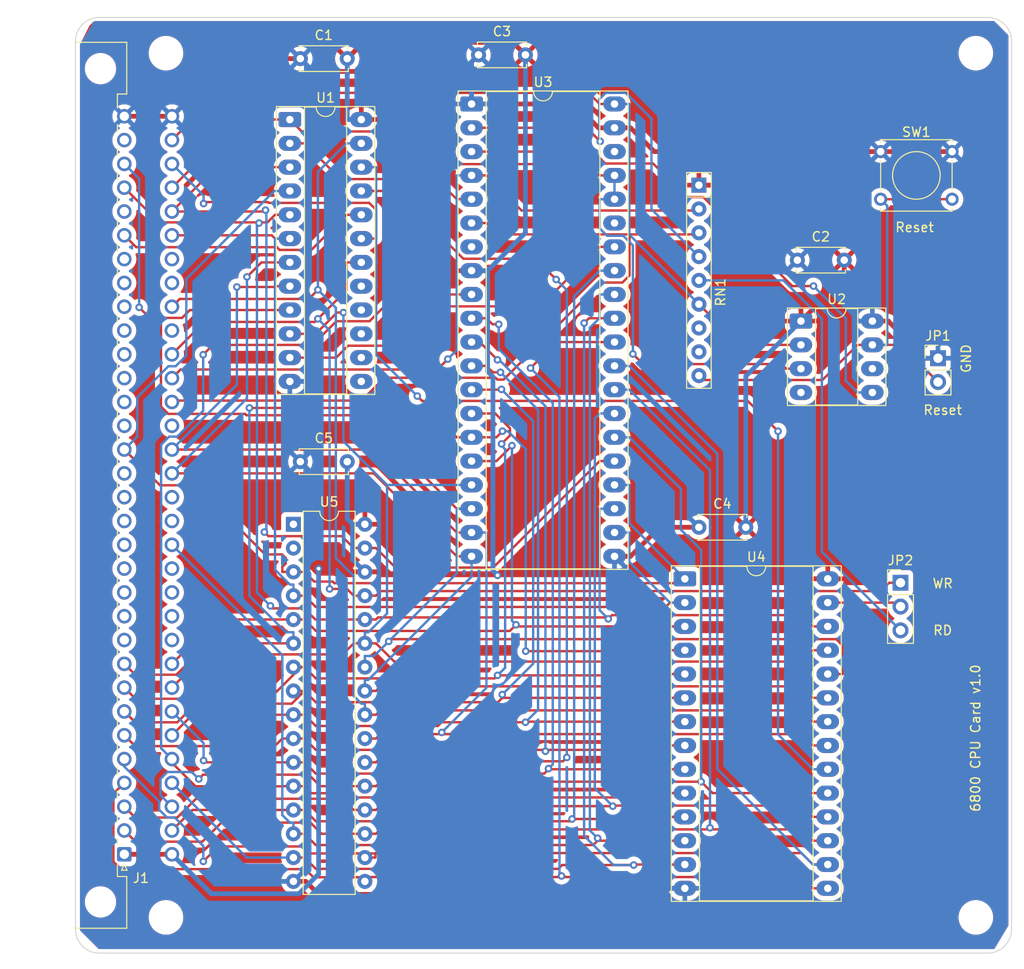
<source format=kicad_pcb>
(kicad_pcb (version 20241229) (generator "pcbnew") (generator_version "9.0")
  (title_block (title "Minimalist Europe Card Bus (MECB) Board Template") (date "2025-05") (rev "1.0") (company "DigicoolThings.com") (comment 1 "For Minimalist Europe Card Bus (MECB).") (comment 2 "U1 PLD positioning provides for ZIF socket space, with Narrow DIP24 ZIF friendly footprint.") (comment 3 "Includes a standardised 4 chip-select output ATF22V10 PLD Address Decoder. ") (comment 4 "Schematic & standardised PCB outline Templates for creating MECB boards."))
  (layers (0 "F.Cu" signal) (2 "B.Cu" signal) (13 "F.Paste" user) (15 "B.Paste" user) (5 "F.SilkS" user "F.Silkscreen") (7 "B.SilkS" user "B.Silkscreen") (1 "F.Mask" user) (3 "B.Mask" user) (25 "Edge.Cuts" user))
  (net 0 "")
  (net 1 "GND")
  (net 2 "+5V")
  (net 3 "CPU_R~{W}")
  (net 4 "Net-(J1-~{NMI})")
  (net 5 "~{ECB_RD}")
  (net 6 "/ECB_D5")
  (net 7 "/ECB_D6")
  (net 8 "~{ECB_RESET}")
  (net 9 "Net-(J1-~{INT})")
  (net 10 "/ECB_D3")
  (net 11 "/ECB_D4")
  (net 12 "/ECB_A2")
  (net 13 "ECB_A10")
  (net 14 "~{ECB_MREQ}")
  (net 15 "/ECB_D0")
  (net 16 "/ECB_D7")
  (net 17 "/ECB_D2")
  (net 18 "/ECB_A0")
  (net 20 "/ECB_A1")
  (net 21 "/ECB_D1")
  (net 39 "~{ECB_IORQ}")
  (net 45 "ECB_A11")
  (net 46 "ECB_A15")
  (net 47 "/ECB_A5")
  (net 50 "/ECB_A6")
  (net 52 "/ECB_A3")
  (net 53 "ECB_CLK")
  (net 54 "/ECB_A7")
  (net 55 "/ECB_A4")
  (net 56 "ECB_A9")
  (net 57 "Net-(JP1-B)")
  (net 59 "ECB_A8")
  (net 61 "ROM_R~{W}")
  (net 62 "ECB_A13")
  (net 64 "Net-(RN1-R3)")
  (net 65 "~{ECB_WR}")
  (net 66 "Net-(JP2-B)")
  (net 67 "ECB_A14")
  (net 68 "ECB_A12")
  (net 76 "VMA")
  (net 79 "Net-(U2-RA2)")
  (net 81 "~{CS_ROM}")
  (net 82 "~{CS_RAM}")
  (footprint "MountingHole:MountingHole_3.2mm_M3" (layer "F.Cu") (at 192.532 50.419)
    (property "Reference" "H1" (hide yes))
    (property "Value" "MountingHole")
  )
  (footprint "MountingHole:MountingHole_3.2mm_M3" (layer "F.Cu") (at 192.532 142.621)
    (property "Reference" "H2" (hide yes))
    (property "Value" "MountingHole")
  )
  (footprint "MountingHole:MountingHole_3.2mm_M3" (layer "F.Cu") (at 106.172 50.419)
    (property "Reference" "H3" (hide yes))
    (property "Value" "MountingHole")
  )
  (footprint "MountingHole:MountingHole_3.2mm_M3" (layer "F.Cu") (at 106.172 142.621)
    (property "Reference" "H4" (hide yes))
    (property "Value" "MountingHole")
  )
  (footprint "MyCustomFootprintLibrary:DIN41612_C_2x32_C64AC_Male_Horizontal_THT" (layer "F.Cu") (at 101.727 135.89 90)
    (property "Reference" "J1")
    (property "Value" "MECB_64AC")
  )
  (footprint "Package_DIP:DIP-32_W7.62mm" (layer "F.Cu") (at 119.76 100.68)
    (property "Reference" "U5")
    (property "Value" "W24512AK")
  )
  (footprint "Package_DIP:DIP-28_W15.24mm_Socket_LongPads" (layer "F.Cu") (at 161.5 106.5)
    (property "Reference" "U4")
    (property "Value" "28C256")
  )
  (footprint "Package_DIP:DIP-8_W7.62mm_Socket_LongPads" (layer "F.Cu") (at 173.88 79)
    (property "Reference" "U2")
    (property "Value" "PIC12F1822-xMC")
  )
  (footprint "Capacitor_THT:C_Disc_D5.0mm_W2.5mm_P5.00mm" (layer "F.Cu") (at 139.5 50.6)
    (property "Reference" "C3")
    (property "Value" "0.1uF")
  )
  (footprint "Capacitor_THT:C_Disc_D5.0mm_W2.5mm_P5.00mm" (layer "F.Cu") (at 120.5 51)
    (property "Reference" "C1")
    (property "Value" "0.1uF")
  )
  (footprint "Package_DIP:DIP-40_W15.24mm_Socket_LongPads" (layer "F.Cu") (at 138.76 55.84)
    (property "Reference" "U3")
    (property "Value" "MC6800")
  )
  (footprint "Button_Switch_THT:SW_Tactile_Straight_KSA0Axx1LFTR" (layer "F.Cu") (at 182.38 60.92)
    (property "Reference" "SW1")
    (property "Value" "SW_DIP_PB" (hide yes))
  )
  (footprint "Capacitor_THT:C_Disc_D5.0mm_W2.5mm_P5.00mm" (layer "F.Cu") (at 173.5 72.5)
    (property "Reference" "C2")
    (property "Value" "0.1uF")
  )
  (footprint "Connector_PinHeader_2.54mm:PinHeader_1x03_P2.54mm_Vertical" (layer "F.Cu") (at 184.5 106.92)
    (property "Reference" "JP2")
    (property "Value" "Jumper_3_Open" (hide yes))
  )
  (footprint "Connector_PinHeader_2.54mm:PinHeader_1x02_P2.54mm_Vertical" (layer "F.Cu") (at 188.5 82.96)
    (property "Reference" "JP1")
    (property "Value" "Jumper_2_Open" (hide yes))
  )
  (footprint "Capacitor_THT:C_Disc_D5.0mm_W2.5mm_P5.00mm" (layer "F.Cu") (at 120.5 94)
    (property "Reference" "C5")
    (property "Value" "0.1uF")
  )
  (footprint "Resistor_THT:R_Array_SIP9" (layer "F.Cu") (at 163 64.5 -90)
    (property "Reference" "RN1")
    (property "Value" "R_Network08_US" (hide yes))
  )
  (footprint "Capacitor_THT:C_Disc_D5.0mm_W2.5mm_P5.00mm" (layer "F.Cu") (at 163 101)
    (property "Reference" "C4")
    (property "Value" "0.1uF")
  )
  (footprint "Package_DIP:DIP-24_W7.62mm_Socket_LongPads" (layer "F.Cu") (at 119.38 57.5)
    (property "Reference" "U1")
    (property "Value" "ATF22V10C-15PU")
  )
  (gr_arc (start 196.342 143.891) (mid 195.598051 145.687051) (end 193.802 146.431) (stroke (width 0.1)) (layer "Edge.Cuts"))
  (gr_line (start 193.802 46.609) (end 99.06 46.609) (stroke (width 0.1)) (layer "Edge.Cuts"))
  (gr_arc (start 193.802 46.609) (mid 195.598051 47.352949) (end 196.342 49.149) (stroke (width 0.1)) (layer "Edge.Cuts"))
  (gr_line (start 196.342 143.891) (end 196.342 49.149) (stroke (width 0.1)) (layer "Edge.Cuts"))
  (gr_line (start 99.06 146.431) (end 193.802 146.431) (stroke (width 0.1)) (layer "Edge.Cuts"))
  (gr_arc (start 96.52 49.149) (mid 97.263949 47.352949) (end 99.06 46.609) (stroke (width 0.1)) (layer "Edge.Cuts"))
  (gr_line (start 96.52 49.149) (end 96.52 143.891) (stroke (width 0.1)) (layer "Edge.Cuts"))
  (gr_arc (start 99.06 146.431) (mid 97.263949 145.687051) (end 96.52 143.891) (stroke (width 0.1)) (layer "Edge.Cuts"))
  (gr_text "Reset" (at 189 88.5 0) (layer "F.SilkS") (effects (font (size 1 1))))
  (gr_text "GND" (at 191.5 83 90) (layer "F.SilkS") (effects (font (size 1 1))))
  (gr_text "WR" (at 189 107 0) (layer "F.SilkS") (effects (font (size 1 1))))
  (gr_text "Reset" (at 186 69 0) (layer "F.SilkS") (effects (font (size 1 1))))
  (gr_text "RD" (at 189 112 0) (layer "F.SilkS") (effects (font (size 1 1))))
  (gr_text "6800 CPU Card v1.0" (at 192.5 123.5 90) (layer "F.SilkS") (effects (font (size 1 1))))
  (segment (start 138.76 55.84) (end 149.7503 55.84) (width 0.508) (layer "F.Cu") (net 1))
  (segment (start 154 104.1) (end 155.7097 104.1) (width 0.508) (layer "F.Cu") (net 1))
  (segment (start 158.2497 60.92) (end 155.7097 58.38) (width 0.508) (layer "F.Cu") (net 1))
  (segment (start 161.5 139.52) (end 159.7903 139.52) (width 0.508) (layer "F.Cu") (net 1))
  (segment (start 137.7323 52.3677) (end 121.8677 52.3677) (width 0.508) (layer "F.Cu") (net 1))
  (segment (start 183.2097 79) (end 183.2097 79.0294) (width 0.508) (layer "F.Cu") (net 1))
  (segment (start 154 58.38) (end 155.7097 58.38) (width 0.508) (layer "F.Cu") (net 1))
  (segment (start 112.957 51) (end 120.5 51) (width 0.508) (layer "F.Cu") (net 1))
  (segment (start 181.5 79) (end 183.2097 79) (width 0.508) (layer "F.Cu") (net 1))
  (segment (start 188.5 82.96) (end 187.1403 82.96) (width 0.508) (layer "F.Cu") (net 1))
  (segment (start 122.4582 140.1685) (end 159.1418 140.1685) (width 0.508) (layer "F.Cu") (net 1))
  (segment (start 154 58.38) (end 152.2903 58.38) (width 0.508) (layer "F.Cu") (net 1))
  (segment (start 183.2097 79.0294) (end 187.1403 82.96) (width 0.508) (layer "F.Cu") (net 1))
  (segment (start 149.7503 55.84) (end 152.2903 58.38) (width 0.508) (layer "F.Cu") (net 1))
  (segment (start 139.5 50.6) (end 137.7323 52.3677) (width 0.508) (layer "F.Cu") (net 1))
  (segment (start 182.38 60.92) (end 190 60.92) (width 0.508) (layer "F.Cu") (net 1))
  (segment (start 106.807 57.15) (end 112.957 51) (width 0.508) (layer "F.Cu") (net 1))
  (segment (start 119.76 138.78) (end 121.0697 138.78) (width 0.508) (layer "F.Cu") (net 1))
  (segment (start 158.8097 101) (end 163 101) (width 0.508) (layer "F.Cu") (net 1))
  (segment (start 121.8677 52.3677) (end 120.5 51) (width 0.508) (layer "F.Cu") (net 1))
  (segment (start 101.727 57.15) (end 106.807 57.15) (width 0.508) (layer "F.Cu") (net 1))
  (segment (start 159.1418 140.1685) (end 159.7903 139.52) (width 0.508) (layer "F.Cu") (net 1))
  (segment (start 182.38 60.92) (end 158.2497 60.92) (width 0.508) (layer "F.Cu") (net 1))
  (segment (start 155.7097 104.1) (end 158.8097 101) (width 0.508) (layer "F.Cu") (net 1))
  (segment (start 121.0697 138.78) (end 122.4582 140.1685) (width 0.508) (layer "F.Cu") (net 1))
  (segment (start 138.76 51.34) (end 138.76 55.84) (width 0.508) (layer "B.Cu") (net 1))
  (segment (start 159.7903 139.52) (end 159.7903 109.8903) (width 0.508) (layer "B.Cu") (net 1))
  (segment (start 174.8455 73.8455) (end 173.5 72.5) (width 0.508) (layer "B.Cu") (net 1))
  (segment (start 121.0697 137.4703) (end 121.0697 94.5697) (width 0.508) (layer "B.Cu") (net 1))
  (segment (start 181.16 62.14) (end 181.16 72.4758) (width 0.508) (layer "B.Cu") (net 1))
  (segment (start 121.0882 85.44) (end 121.1417 85.3865) (width 0.508) (layer "B.Cu") (net 1))
  (segment (start 139.5 50.6) (end 138.76 51.34) (width 0.508) (layer "B.Cu") (net 1))
  (segment (start 121.1417 85.3865) (end 121.1417 51.6417) (width 0.508) (layer "B.Cu") (net 1))
  (segment (start 182.38 60.92) (end 181.16 62.14) (width 0.508) (layer "B.Cu") (net 1))
  (segment (start 181.16 72.4758) (end 179.7903 73.8455) (width 0.508) (layer "B.Cu") (net 1))
  (segment (start 121.0697 94.5697) (end 120.5 94) (width 0.508) (layer "B.Cu") (net 1))
  (segment (start 121.0897 85.44) (end 121.0897 93.4103) (width 0.508) (layer "B.Cu") (net 1))
  (segment (start 159.7903 109.8903) (end 154 104.1) (width 0.508) (layer "B.Cu") (net 1))
  (segment (start 181.5 79) (end 179.7903 79) (width 0.508) (layer "B.Cu") (net 1))
  (segment (start 119.38 85.44) (end 121.088 85.44) (width 0.508) (layer "B.Cu") (net 1))
  (segment (start 121.088 85.44) (end 121.0882 85.44) (width 0.508) (layer "B.Cu") (net 1))
  (segment (start 161.5 139.52) (end 159.7903 139.52) (width 0.508) (layer "B.Cu") (net 1))
  (segment (start 119.76 138.78) (end 121.0697 137.4703) (width 0.508) (layer "B.Cu") (net 1))
  (segment (start 179.7903 73.8455) (end 174.8455 73.8455) (width 0.508) (layer "B.Cu") (net 1))
  (segment (start 121.0897 93.4103) (end 120.5 94) (width 0.508) (layer "B.Cu") (net 1))
  (segment (start 121.1417 51.6417) (end 120.5 51) (width 0.508) (layer "B.Cu") (net 1))
  (segment (start 121.0882 85.44) (end 121.0897 85.44) (width 0.508) (layer "B.Cu") (net 1))
  (segment (start 179.7903 73.8455) (end 179.7903 79) (width 0.508) (layer "B.Cu") (net 1))
  (segment (start 163 64.5) (end 170.5 64.5) (width 0.508) (layer "F.Cu") (net 2))
  (segment (start 173.5 106.5) (end 168 101) (width 0.508) (layer "F.Cu") (net 2))
  (segment (start 165.1398 103.8602) (end 161.4338 103.8602) (width 0.508) (layer "F.Cu") (net 2))
  (segment (start 127.2301 49.2699) (end 125.5 51) (width 0.508) (layer "F.Cu") (net 2))
  (segment (start 178.5 74.38) (end 178.5 72.5) (width 0.508) (layer "F.Cu") (net 2))
  (segment (start 144.5 50.6) (end 143.1699 49.2699) (width 0.508) (layer "F.Cu") (net 2))
  (segment (start 106.807 135.89) (end 101.727 135.89) (width 0.508) (layer "F.Cu") (net 2))
  (segment (start 141.5269 105.9489) (end 141.5269 106.1261) (width 0.508) (layer "F.Cu") (net 2))
  (segment (start 127.38 105.76) (end 128.6897 105.76) (width 0.508) (layer "F.Cu") (net 2))
  (segment (start 168 101) (end 165.1398 103.8602) (width 0.508) (layer "F.Cu") (net 2))
  (segment (start 128.8786 105.9489) (end 141.5269 105.9489) (width 0.508) (layer "F.Cu") (net 2))
  (segment (start 127.38 105.76) (end 126.0703 105.76) (width 0.508) (layer "F.Cu") (net 2))
  (segment (start 122.446 105.4165) (end 125.7268 105.4165) (width 0.508) (layer "F.Cu") (net 2))
  (segment (start 161.4338 103.8602) (end 159.3451 105.9489) (width 0.508) (layer "F.Cu") (net 2))
  (segment (start 125.7268 105.4165) (end 126.0703 105.76) (width 0.508) (layer "F.Cu") (net 2))
  (segment (start 173.88 79) (end 178.5 74.38) (width 0.508) (layer "F.Cu") (net 2))
  (segment (start 170.5 64.5) (end 178.5 72.5) (width 0.508) (layer "F.Cu") (net 2))
  (segment (start 176.74 106.5) (end 173.5 106.5) (width 0.508) (layer "F.Cu") (net 2))
  (segment (start 159.3451 105.9489) (end 141.5269 105.9489) (width 0.508) (layer "F.Cu") (net 2))
  (segment (start 143.1699 49.2699) (end 127.2301 49.2699) (width 0.508) (layer "F.Cu") (net 2))
  (segment (start 128.6897 105.76) (end 128.8786 105.9489) (width 0.508) (layer "F.Cu") (net 2))
  (via (at 122.446 105.4165) (size 0.8) (drill 0.4) (layers "F.Cu" "B.Cu") (net 2))
  (via (at 141.5269 106.1261) (size 0.8) (drill 0.4) (layers "F.Cu" "B.Cu") (net 2))
  (segment (start 144.5 69.5897) (end 140.4697 73.62) (width 0.508) (layer "B.Cu") (net 2))
  (segment (start 127.38 105.76) (end 126.0703 104.4503) (width 0.508) (layer "B.Cu") (net 2))
  (segment (start 144.5 50.6) (end 144.5 69.5897) (width 0.508) (layer "B.Cu") (net 2))
  (segment (start 140.4697 73.62) (end 140.4697 84.3784) (width 0.508) (layer "B.Cu") (net 2))
  (segment (start 126.0703 104.4503) (end 126.0703 100.68) (width 0.508) (layer "B.Cu") (net 2))
  (segment (start 125.5 100.1097) (end 125.5 94) (width 0.508) (layer "B.Cu") (net 2))
  (segment (start 140.4697 84.3784) (end 141.0345 84.9432) (width 0.508) (layer "B.Cu") (net 2))
  (segment (start 106.807 135.89) (end 111.009 140.092) (width 0.508) (layer "B.Cu") (net 2))
  (segment (start 141.0345 105.6337) (end 141.5269 106.1261) (width 0.508) (layer "B.Cu") (net 2))
  (segment (start 122.446 137.9991) (end 122.446 105.4165) (width 0.508) (layer "B.Cu") (net 2))
  (segment (start 127.38 100.68) (end 126.0703 100.68) (width 0.508) (layer "B.Cu") (net 2))
  (segment (start 127 57.5) (end 125.4817 57.5) (width 0.508) (layer "B.Cu") (net 2))
  (segment (start 126.0703 100.68) (end 125.5 100.1097) (width 0.508) (layer "B.Cu") (net 2))
  (segment (start 168 101) (end 168 84.88) (width 0.508) (layer "B.Cu") (net 2))
  (segment (start 111.009 140.092) (end 120.3531 140.092) (width 0.508) (layer "B.Cu") (net 2))
  (segment (start 138.76 73.62) (end 140.4697 73.62) (width 0.508) (layer "B.Cu") (net 2))
  (segment (start 141.0345 84.9432) (end 141.0345 105.6337) (width 0.508) (layer "B.Cu") (net 2))
  (segment (start 125.4817 57.5) (end 125.5 57.4817) (width 0.508) (layer "B.Cu") (net 2))
  (segment (start 168 84.88) (end 173.88 79) (width 0.508) (layer "B.Cu") (net 2))
  (segment (start 125.5 57.4817) (end 125.5 51) (width 0.508) (layer "B.Cu") (net 2))
  (segment (start 120.3531 140.092) (end 122.446 137.9991) (width 0.508) (layer "B.Cu") (net 2))
  (segment (start 134.4367 77.43) (end 146.0673 77.43) (width 0.254) (layer "F.Cu") (net 3))
  (segment (start 119.38 82.9) (end 120.9627 82.9) (width 0.254) (layer "F.Cu") (net 3))
  (segment (start 146.0673 77.43) (end 152.4173 71.08) (width 0.254) (layer "F.Cu") (net 3))
  (segment (start 124.3239 82.9) (end 125.5939 81.63) (width 0.254) (layer "F.Cu") (net 3))
  (segment (start 130.2367 81.63) (end 134.4367 77.43) (width 0.254) (layer "F.Cu") (net 3))
  (segment (start 120.9627 82.9) (end 124.3239 82.9) (width 0.254) (layer "F.Cu") (net 3))
  (segment (start 125.5939 81.63) (end 130.2367 81.63) (width 0.254) (layer "F.Cu") (net 3))
  (segment (start 154 71.08) (end 152.4173 71.08) (width 0.254) (layer "F.Cu") (net 3))
  (segment (start 154.8418 74.89) (end 155.6009 74.1309) (width 0.254) (layer "F.Cu") (net 4))
  (segment (start 140.3427 68.54) (end 141.5552 69.7525) (width 0.254) (layer "F.Cu") (net 4))
  (segment (start 138.7714 68.54) (end 138.76 68.54) (width 0.254) (layer "F.Cu") (net 4))
  (segment (start 127.0303 87.4823) (end 129.4626 85.05) (width 0.254) (layer "F.Cu") (net 4))
  (segment (start 106.9547 87.4823) (end 127.0303 87.4823) (width 0.254) (layer "F.Cu") (net 4))
  (segment (start 152.5261 74.89) (end 154.8418 74.89) (width 0.254) (layer "F.Cu") (net 4))
  (segment (start 138.7714 68.54) (end 140.3427 68.54) (width 0.254) (layer "F.Cu") (net 4))
  (segment (start 129.4626 85.05) (end 141.3209 85.05) (width 0.254) (layer "F.Cu") (net 4))
  (segment (start 162.8275 69.7525) (end 155.6009 69.7525) (width 0.254) (layer "F.Cu") (net 4))
  (segment (start 141.3209 85.05) (end 141.5194 85.2485) (width 0.254) (layer "F.Cu") (net 4))
  (segment (start 155.6009 74.1309) (end 155.6009 69.7525) (width 0.254) (layer "F.Cu") (net 4))
  (segment (start 141.5194 85.2485) (end 142.1676 85.2485) (width 0.254) (layer "F.Cu") (net 4))
  (segment (start 141.5552 69.7525) (end 155.6009 69.7525) (width 0.254) (layer "F.Cu") (net 4))
  (segment (start 142.1676 85.2485) (end 152.5261 74.89) (width 0.254) (layer "F.Cu") (net 4))
  (segment (start 106.807 87.63) (end 106.9547 87.4823) (width 0.254) (layer "F.Cu") (net 4))
  (segment (start 163 69.58) (end 162.8275 69.7525) (width 0.254) (layer "F.Cu") (net 4))
  (segment (start 121.4017 76.6373) (end 122.3724 75.6666) (width 0.254) (layer "F.Cu") (net 5))
  (segment (start 173.9536 120.5363) (end 175.1573 121.74) (width 0.254) (layer "F.Cu") (net 5))
  (segment (start 106.807 77.47) (end 107.6397 76.6373) (width 0.254) (layer "F.Cu") (net 5))
  (segment (start 107.6397 76.6373) (end 121.4017 76.6373) (width 0.254) (layer "F.Cu") (net 5))
  (segment (start 128.5627 121) (end 129.0264 120.5363) (width 0.254) (layer "F.Cu") (net 5))
  (segment (start 176.74 121.74) (end 175.1573 121.74) (width 0.254) (layer "F.Cu") (net 5))
  (segment (start 129.0264 120.5363) (end 173.9536 120.5363) (width 0.254) (layer "F.Cu") (net 5))
  (segment (start 127.38 121) (end 128.5627 121) (width 0.254) (layer "F.Cu") (net 5))
  (via (at 122.3724 75.6666) (size 0.8) (drill 0.4) (layers "F.Cu" "B.Cu") (net 5))
  (segment (start 127.0124 119.8173) (end 127.38 119.8173) (width 0.254) (layer "B.Cu") (net 5))
  (segment (start 127.38 121) (end 127.38 119.8173) (width 0.254) (layer "B.Cu") (net 5))
  (segment (start 127 60.04) (end 125.4173 60.04) (width 0.254) (layer "B.Cu") (net 5))
  (segment (start 124.2854 104.2845) (end 126.1973 106.1964) (width 0.254) (layer "B.Cu") (net 5))
  (segment (start 126.1973 119.0022) (end 127.0124 119.8173) (width 0.254) (layer "B.Cu") (net 5))
  (segment (start 124.2854 77.5796) (end 124.2854 104.2845) (width 0.254) (layer "B.Cu") (net 5))
  (segment (start 122.3724 63.0849) (end 122.3724 75.6666) (width 0.254) (layer "B.Cu") (net 5))
  (segment (start 122.3724 75.6666) (end 124.2854 77.5796) (width 0.254) (layer "B.Cu") (net 5))
  (segment (start 125.4173 60.04) (end 122.3724 63.0849) (width 0.254) (layer "B.Cu") (net 5))
  (segment (start 126.1973 106.1964) (end 126.1973 119.0022) (width 0.254) (layer "B.Cu") (net 5))
  (segment (start 164.183 133.0665) (end 164.183 133.235) (width 0.254) (layer "F.Cu") (net 6))
  (segment (start 173.9523 133.235) (end 164.183 133.235) (width 0.254) (layer "F.Cu") (net 6))
  (segment (start 127.9714 133.7) (end 127.38 133.7) (width 0.254) (layer "F.Cu") (net 6))
  (segment (start 127.38 133.7) (end 122.764 133.7) (width 0.254) (layer "F.Cu") (net 6))
  (segment (start 122.764 133.7) (end 121.5734 132.5094) (width 0.254) (layer "F.Cu") (net 6))
  (segment (start 175.1573 134.44) (end 173.9523 133.235) (width 0.254) (layer "F.Cu") (net 6))
  (segment (start 102.9176 134.5406) (end 101.727 133.35) (width 0.254) (layer "F.Cu") (net 6))
  (segment (start 110.0519 134.5406) (end 102.9176 134.5406) (width 0.254) (layer "F.Cu") (net 6))
  (segment (start 164.183 133.235) (end 129.0277 133.235) (width 0.254) (layer "F.Cu") (net 6))
  (segment (start 127.9714 133.7) (end 128.5627 133.7) (width 0.254) (layer "F.Cu") (net 6))
  (segment (start 176.74 134.44) (end 175.1573 134.44) (width 0.254) (layer "F.Cu") (net 6))
  (segment (start 112.0831 132.5094) (end 110.0519 134.5406) (width 0.254) (layer "F.Cu") (net 6))
  (segment (start 129.0277 133.235) (end 128.5627 133.7) (width 0.254) (layer "F.Cu") (net 6))
  (segment (start 121.5734 132.5094) (end 112.0831 132.5094) (width 0.254) (layer "F.Cu") (net 6))
  (via (at 164.183 133.0665) (size 0.8) (drill 0.4) (layers "F.Cu" "B.Cu") (net 6))
  (segment (start 164.183 94.9203) (end 164.183 133.0665) (width 0.254) (layer "B.Cu") (net 6))
  (segment (start 155.5827 86.32) (end 164.183 94.9203) (width 0.254) (layer "B.Cu") (net 6))
  (segment (start 154 86.32) (end 155.5827 86.32) (width 0.254) (layer "B.Cu") (net 6))
  (segment (start 127.9714 131.16) (end 128.5627 131.16) (width 0.254) (layer "F.Cu") (net 7))
  (segment (start 176.74 131.9) (end 175.1573 131.9) (width 0.254) (layer "F.Cu") (net 7))
  (segment (start 127.38 131.16) (end 126.1973 131.16) (width 0.254) (layer "F.Cu") (net 7))
  (segment (start 109.3809 129.9643) (end 125.0016 129.9643) (width 0.254) (layer "F.Cu") (net 7))
  (segment (start 125.0016 129.9643) (end 126.1973 131.16) (width 0.254) (layer "F.Cu") (net 7))
  (segment (start 128.969 130.7537) (end 128.5627 131.16) (width 0.254) (layer "F.Cu") (net 7))
  (segment (start 101.727 130.81) (end 102.886 131.969) (width 0.254) (layer "F.Cu") (net 7))
  (segment (start 153.817 130.7537) (end 128.969 130.7537) (width 0.254) (layer "F.Cu") (net 7))
  (segment (start 175.1573 131.9) (end 173.952 130.6947) (width 0.254) (layer "F.Cu") (net 7))
  (segment (start 107.3762 131.969) (end 109.3809 129.9643) (width 0.254) (layer "F.Cu") (net 7))
  (segment (start 173.952 130.6947) (end 153.876 130.6947) (width 0.254) (layer "F.Cu") (net 7))
  (segment (start 127.9714 131.16) (end 127.38 131.16) (width 0.254) (layer "F.Cu") (net 7))
  (segment (start 102.886 131.969) (end 107.3762 131.969) (width 0.254) (layer "F.Cu") (net 7))
  (segment (start 153.876 130.6947) (end 153.817 130.7537) (width 0.254) (layer "F.Cu") (net 7))
  (via (at 153.817 130.7537) (size 0.8) (drill 0.4) (layers "F.Cu" "B.Cu") (net 7))
  (segment (start 152.4173 88.86) (end 151.9012 89.3761) (width 0.254) (layer "B.Cu") (net 7))
  (segment (start 151.9012 128.8379) (end 153.817 130.7537) (width 0.254) (layer "B.Cu") (net 7))
  (segment (start 154 88.86) (end 152.4173 88.86) (width 0.254) (layer "B.Cu") (net 7))
  (segment (start 151.9012 89.3761) (end 151.9012 128.8379) (width 0.254) (layer "B.Cu") (net 7))
  (segment (start 151.228 54.6507) (end 152.4173 55.84) (width 0.254) (layer "F.Cu") (net 8))
  (segment (start 167.34 81.54) (end 163 77.2) (width 0.254) (layer "F.Cu") (net 8))
  (segment (start 154 55.84) (end 152.4173 55.84) (width 0.254) (layer "F.Cu") (net 8))
  (segment (start 173.88 81.54) (end 167.34 81.54) (width 0.254) (layer "F.Cu") (net 8))
  (segment (start 111.8463 54.6507) (end 151.228 54.6507) (width 0.254) (layer "F.Cu") (net 8))
  (segment (start 106.807 59.69) (end 111.8463 54.6507) (width 0.254) (layer "F.Cu") (net 8))
  (segment (start 155.5827 69.7827) (end 155.5827 55.84) (width 0.254) (layer "B.Cu") (net 8))
  (segment (start 163 77.2) (end 155.5827 69.7827) (width 0.254) (layer "B.Cu") (net 8))
  (segment (start 154 55.84) (end 155.5827 55.84) (width 0.254) (layer "B.Cu") (net 8))
  (segment (start 136.225 83.0555) (end 135.1105 84.17) (width 0.254) (layer "F.Cu") (net 9))
  (segment (start 140.3427 63.46) (end 144.0892 67.2065) (width 0.254) (layer "F.Cu") (net 9))
  (segment (start 107.727 84.17) (end 106.807 85.09) (width 0.254) (layer "F.Cu") (net 9))
  (segment (start 162.8335 67.2065) (end 163 67.04) (width 0.254) (layer "F.Cu") (net 9))
  (segment (start 135.1105 84.17) (end 107.727 84.17) (width 0.254) (layer "F.Cu") (net 9))
  (segment (start 138.76 63.46) (end 140.3427 63.46) (width 0.254) (layer "F.Cu") (net 9))
  (segment (start 144.0892 67.2065) (end 162.8335 67.2065) (width 0.254) (layer "F.Cu") (net 9))
  (via (at 136.225 83.0555) (size 0.8) (drill 0.4) (layers "F.Cu" "B.Cu") (net 9))
  (segment (start 137.1773 63.46) (end 137.1773 82.1032) (width 0.254) (layer "B.Cu") (net 9))
  (segment (start 137.1773 82.1032) (end 136.225 83.0555) (width 0.254) (layer "B.Cu") (net 9))
  (segment (start 138.76 63.46) (end 137.1773 63.46) (width 0.254) (layer "B.Cu") (net 9))
  (segment (start 101.36 137.4725) (end 100.5654 136.6779) (width 0.254) (layer "F.Cu") (net 10))
  (segment (start 121.8888 138.3388) (end 121.0225 137.4725) (width 0.254) (layer "F.Cu") (net 10))
  (segment (start 176.74 139.52) (end 175.1573 139.52) (width 0.254) (layer "F.Cu") (net 10))
  (segment (start 100.5654 129.4316) (end 101.727 128.27) (width 0.254) (layer "F.Cu") (net 10))
  (segment (start 145.0446 84.0156) (end 147.8202 81.24) (width 0.254) (layer "F.Cu") (net 10))
  (segment (start 148.3545 138.3163) (end 173.9536 138.3163) (width 0.254) (layer "F.Cu") (net 10))
  (segment (start 100.5654 136.6779) (end 100.5654 129.4316) (width 0.254) (layer "F.Cu") (net 10))
  (segment (start 127.38 138.78) (end 127.38 138.3388) (width 0.254) (layer "F.Cu") (net 10))
  (segment (start 148.3545 138.3163) (end 148.3545 138.2042) (width 0.254) (layer "F.Cu") (net 10))
  (segment (start 147.8202 81.24) (end 154 81.24) (width 0.254) (layer "F.Cu") (net 10))
  (segment (start 127.38 138.3388) (end 121.8888 138.3388) (width 0.254) (layer "F.Cu") (net 10))
  (segment (start 127.38 138.3388) (end 127.4025 138.3163) (width 0.254) (layer "F.Cu") (net 10))
  (segment (start 127.4025 138.3163) (end 148.3545 138.3163) (width 0.254) (layer "F.Cu") (net 10))
  (segment (start 121.0225 137.4725) (end 101.36 137.4725) (width 0.254) (layer "F.Cu") (net 10))
  (segment (start 173.9536 138.3163) (end 175.1573 139.52) (width 0.254) (layer "F.Cu") (net 10))
  (via (at 148.3545 138.2042) (size 0.8) (drill 0.4) (layers "F.Cu" "B.Cu") (net 10))
  (via (at 145.0446 84.0156) (size 0.8) (drill 0.4) (layers "F.Cu" "B.Cu") (net 10))
  (segment (start 148.1324 87.1034) (end 148.1324 137.9821) (width 0.254) (layer "B.Cu") (net 10))
  (segment (start 145.0446 84.0156) (end 148.1324 87.1034) (width 0.254) (layer "B.Cu") (net 10))
  (segment (start 148.1324 137.9821) (end 148.3545 138.2042) (width 0.254) (layer "B.Cu") (net 10))
  (segment (start 121.5701 135.7988) (end 128.5092 135.7988) (width 0.254) (layer "F.Cu") (net 11))
  (segment (start 111.7435 135.0545) (end 120.8258 135.0545) (width 0.254) (layer "F.Cu") (net 11))
  (segment (start 120.8258 135.0545) (end 121.5701 135.7988) (width 0.254) (layer "F.Cu") (net 11))
  (segment (start 175.1573 136.98) (end 173.9366 135.7593) (width 0.254) (layer "F.Cu") (net 11))
  (segment (start 110.1535 136.6445) (end 111.7435 135.0545) (width 0.254) (layer "F.Cu") (net 11))
  (segment (start 127.9714 136.24) (end 128.5092 136.24) (width 0.254) (layer "F.Cu") (net 11))
  (segment (start 173.9366 135.7593) (end 128.5487 135.7593) (width 0.254) (layer "F.Cu") (net 11))
  (segment (start 176.74 136.98) (end 175.1573 136.98) (width 0.254) (layer "F.Cu") (net 11))
  (segment (start 128.5092 135.7988) (end 128.5092 136.24) (width 0.254) (layer "F.Cu") (net 11))
  (segment (start 127.9714 136.24) (end 127.38 136.24) (width 0.254) (layer "F.Cu") (net 11))
  (segment (start 128.5487 135.7593) (end 128.5092 135.7988) (width 0.254) (layer "F.Cu") (net 11))
  (via (at 110.1535 136.6445) (size 0.8) (drill 0.4) (layers "F.Cu" "B.Cu") (net 11))
  (segment (start 164.9642 93.1615) (end 164.9642 126.7869) (width 0.254) (layer "B.Cu") (net 11))
  (segment (start 154 83.78) (end 155.5827 83.78) (width 0.254) (layer "B.Cu") (net 11))
  (segment (start 101.727 125.73) (end 101.727 126.5346) (width 0.254) (layer "B.Cu") (net 11))
  (segment (start 155.5827 83.78) (end 164.9642 93.1615) (width 0.254) (layer "B.Cu") (net 11))
  (segment (start 164.9642 126.7869) (end 175.1573 136.98) (width 0.254) (layer "B.Cu") (net 11))
  (segment (start 106.2789 131.9677) (end 107.1094 131.9677) (width 0.254) (layer "B.Cu") (net 11))
  (segment (start 101.727 126.5346) (end 105.4469 130.2545) (width 0.254) (layer "B.Cu") (net 11))
  (segment (start 105.4469 130.2545) (end 105.4469 131.1357) (width 0.254) (layer "B.Cu") (net 11))
  (segment (start 110.1535 135.0118) (end 110.1535 136.6445) (width 0.254) (layer "B.Cu") (net 11))
  (segment (start 176.74 136.98) (end 175.1573 136.98) (width 0.254) (layer "B.Cu") (net 11))
  (segment (start 107.1094 131.9677) (end 110.1535 135.0118) (width 0.254) (layer "B.Cu") (net 11))
  (segment (start 105.4469 131.1357) (end 106.2789 131.9677) (width 0.254) (layer "B.Cu") (net 11))
  (segment (start 120.3514 123.54) (end 119.76 123.54) (width 0.254) (layer "F.Cu") (net 12))
  (segment (start 119.76 123.54) (end 118.5773 123.54) (width 0.254) (layer "F.Cu") (net 12))
  (segment (start 146.6344 124.7488) (end 122.1515 124.7488) (width 0.254) (layer "F.Cu") (net 12))
  (segment (start 161.5 124.28) (end 159.9173 124.28) (width 0.254) (layer "F.Cu") (net 12))
  (segment (start 117.7687 124.3486) (end 102.8856 124.3486) (width 0.254) (layer "F.Cu") (net 12))
  (segment (start 146.6344 124.8975) (end 146.6344 124.7488) (width 0.254) (layer "F.Cu") (net 12))
  (segment (start 139.6273 81.24) (end 141.5217 83.1344) (width 0.254) (layer "F.Cu") (net 12))
  (segment (start 159.4485 124.7488) (end 146.6344 124.7488) (width 0.254) (layer "F.Cu") (net 12))
  (segment (start 122.1515 124.7488) (end 120.9427 123.54) (width 0.254) (layer "F.Cu") (net 12))
  (segment (start 120.3514 123.54) (end 120.9427 123.54) (width 0.254) (layer "F.Cu") (net 12))
  (segment (start 159.9173 124.28) (end 159.4485 124.7488) (width 0.254) (layer "F.Cu") (net 12))
  (segment (start 138.76 81.24) (end 139.6273 81.24) (width 0.254) (layer "F.Cu") (net 12))
  (segment (start 102.8856 124.3486) (end 101.727 123.19) (width 0.254) (layer "F.Cu") (net 12))
  (segment (start 118.5773 123.54) (end 117.7687 124.3486) (width 0.254) (layer "F.Cu") (net 12))
  (via (at 146.6344 124.8975) (size 0.8) (drill 0.4) (layers "F.Cu" "B.Cu") (net 12))
  (via (at 141.5217 83.1344) (size 0.8) (drill 0.4) (layers "F.Cu" "B.Cu") (net 12))
  (segment (start 146.6344 88.0784) (end 146.6344 124.8975) (width 0.254) (layer "B.Cu") (net 12))
  (segment (start 141.6904 83.1344) (end 146.6344 88.0784) (width 0.254) (layer "B.Cu") (net 12))
  (segment (start 141.5217 83.1344) (end 141.6904 83.1344) (width 0.254) (layer "B.Cu") (net 12))
  (segment (start 117.7158 75.3615) (end 117.7973 75.28) (width 0.254) (layer "F.Cu") (net 13))
  (segment (start 129.0334 123.0693) (end 135.5779 123.0693) (width 0.254) (layer "F.Cu") (net 13))
  (segment (start 119.38 75.28) (end 117.7973 75.28) (width 0.254) (layer "F.Cu") (net 13))
  (segment (start 135.5779 122.8898) (end 135.5779 123.0693) (width 0.254) (layer "F.Cu") (net 13))
  (segment (start 127.38 123.54) (end 128.5627 123.54) (width 0.254) (layer "F.Cu") (net 13))
  (segment (start 135.5779 123.0693) (end 173.9466 123.0693) (width 0.254) (layer "F.Cu") (net 13))
  (segment (start 128.3273 92.71) (end 106.807 92.71) (width 0.254) (layer "F.Cu") (net 13))
  (segment (start 137.1773 101.56) (end 128.3273 92.71) (width 0.254) (layer "F.Cu") (net 13))
  (segment (start 173.9466 123.0693) (end 175.1573 124.28) (width 0.254) (layer "F.Cu") (net 13))
  (segment (start 128.5627 123.54) (end 129.0334 123.0693) (width 0.254) (layer "F.Cu") (net 13))
  (segment (start 176.74 124.28) (end 175.1573 124.28) (width 0.254) (layer "F.Cu") (net 13))
  (segment (start 138.76 101.56) (end 137.1773 101.56) (width 0.254) (layer "F.Cu") (net 13))
  (segment (start 113.7315 75.3615) (end 117.7158 75.3615) (width 0.254) (layer "F.Cu") (net 13))
  (via (at 135.5779 122.8898) (size 0.8) (drill 0.4) (layers "F.Cu" "B.Cu") (net 13))
  (via (at 113.7315 75.3615) (size 0.8) (drill 0.4) (layers "F.Cu" "B.Cu") (net 13))
  (segment (start 113.7315 85.7855) (end 113.7315 75.3615) (width 0.254) (layer "B.Cu") (net 13))
  (segment (start 106.807 92.71) (end 113.7315 85.7855) (width 0.254) (layer "B.Cu") (net 13))
  (segment (start 140.3427 101.56) (end 140.3427 118.125) (width 0.254) (layer "B.Cu") (net 13))
  (segment (start 140.3427 118.125) (end 135.5779 122.8898) (width 0.254) (layer "B.Cu") (net 13))
  (segment (start 138.76 101.56) (end 140.3427 101.56) (width 0.254) (layer "B.Cu") (net 13))
  (segment (start 128.5827 67.1325) (end 128.5827 70.2) (width 0.254) (layer "F.Cu") (net 14))
  (segment (start 117.1146 66.39) (end 127.8402 66.39) (width 0.254) (layer "F.Cu") (net 14))
  (segment (start 110.1803 66.4635) (end 110.3426 66.3012) (width 0.254) (layer "F.Cu") (net 14))
  (segment (start 127 70.2) (end 128.5827 70.2) (width 0.254) (layer "F.Cu") (net 14))
  (segment (start 110.3426 66.3012) (end 117.0258 66.3012) (width 0.254) (layer "F.Cu") (net 14))
  (segment (start 127.8402 66.39) (end 128.5827 67.1325) (width 0.254) (layer "F.Cu") (net 14))
  (segment (start 117.0258 66.3012) (end 117.1146 66.39) (width 0.254) (layer "F.Cu") (net 14))
  (via (at 110.1803 66.4635) (size 0.8) (drill 0.4) (layers "F.Cu" "B.Cu") (net 14))
  (segment (start 106.807 62.23) (end 110.1803 65.6033) (width 0.254) (layer "B.Cu") (net 14))
  (segment (start 110.1803 65.6033) (end 110.1803 66.4635) (width 0.254) (layer "B.Cu") (net 14))
  (segment (start 120.9448 131.16) (end 122.1485 132.3637) (width 0.254) (layer "F.Cu") (net 15))
  (segment (start 149.2375 132.3637) (end 149.4757 132.1255) (width 0.254) (layer "F.Cu") (net 15))
  (segment (start 159.9173 131.9) (end 159.6918 132.1255) (width 0.254) (layer "F.Cu") (net 15))
  (segment (start 122.1485 132.3637) (end 149.2375 132.3637) (width 0.254) (layer "F.Cu") (net 15))
  (segment (start 161.5 131.9) (end 159.9173 131.9) (width 0.254) (layer "F.Cu") (net 15))
  (segment (start 120.9427 131.16) (end 120.9448 131.16) (width 0.254) (layer "F.Cu") (net 15))
  (segment (start 119.76 131.16) (end 120.9427 131.16) (width 0.254) (layer "F.Cu") (net 15))
  (segment (start 159.6918 132.1255) (end 149.4757 132.1255) (width 0.254) (layer "F.Cu") (net 15))
  (segment (start 108.997 131.16) (end 119.76 131.16) (width 0.254) (layer "F.Cu") (net 15))
  (segment (start 106.807 133.35) (end 108.997 131.16) (width 0.254) (layer "F.Cu") (net 15))
  (via (at 149.4757 132.1255) (size 0.8) (drill 0.4) (layers "F.Cu" "B.Cu") (net 15))
  (segment (start 149.6978 131.9034) (end 149.6978 76.3395) (width 0.254) (layer "B.Cu") (net 15))
  (segment (start 154 73.62) (end 152.4173 73.62) (width 0.254) (layer "B.Cu") (net 15))
  (segment (start 149.6978 76.3395) (end 152.4173 73.62) (width 0.254) (layer "B.Cu") (net 15))
  (segment (start 149.4757 132.1255) (end 149.6978 131.9034) (width 0.254) (layer "B.Cu") (net 15))
  (segment (start 127.38 128.62) (end 122.6237 128.62) (width 0.254) (layer "F.Cu") (net 16))
  (segment (start 127.9714 128.62) (end 128.5627 128.62) (width 0.254) (layer "F.Cu") (net 16))
  (segment (start 122.6237 128.62) (end 121.3978 127.3941) (width 0.254) (layer "F.Cu") (net 16))
  (segment (start 176.74 129.36) (end 175.1573 129.36) (width 0.254) (layer "F.Cu") (net 16))
  (segment (start 121.3978 127.3941) (end 110.1276 127.3941) (width 0.254) (layer "F.Cu") (net 16))
  (segment (start 110.1276 127.3941) (end 109.6683 127.8534) (width 0.254) (layer "F.Cu") (net 16))
  (segment (start 163.2428 128.1442) (end 129.0385 128.1442) (width 0.254) (layer "F.Cu") (net 16))
  (segment (start 127.9714 128.62) (end 127.38 128.62) (width 0.254) (layer "F.Cu") (net 16))
  (segment (start 163.2428 128.1442) (end 164.4586 129.36) (width 0.254) (layer "F.Cu") (net 16))
  (segment (start 164.4586 129.36) (end 175.1573 129.36) (width 0.254) (layer "F.Cu") (net 16))
  (segment (start 129.0385 128.1442) (end 128.5627 128.62) (width 0.254) (layer "F.Cu") (net 16))
  (via (at 163.2428 128.1442) (size 0.8) (drill 0.4) (layers "F.Cu" "B.Cu") (net 16))
  (via (at 109.6683 127.8534) (size 0.8) (drill 0.4) (layers "F.Cu" "B.Cu") (net 16))
  (segment (start 161.0755 101.2541) (end 161.0755 96.8928) (width 0.254) (layer "B.Cu") (net 16))
  (segment (start 154 91.4) (end 155.5827 91.4) (width 0.254) (layer "B.Cu") (net 16))
  (segment (start 105.5877 129.5907) (end 105.5877 127.8491) (width 0.254) (layer "B.Cu") (net 16))
  (segment (start 105.5877 127.8491) (end 106.3245 127.1123) (width 0.254) (layer "B.Cu") (net 16))
  (segment (start 106.807 130.81) (end 105.5877 129.5907) (width 0.254) (layer "B.Cu") (net 16))
  (segment (start 161.0755 96.8928) (end 155.5827 91.4) (width 0.254) (layer "B.Cu") (net 16))
  (segment (start 108.9272 127.1123) (end 109.6683 127.8534) (width 0.254) (layer "B.Cu") (net 16))
  (segment (start 163.2428 103.4214) (end 161.0755 101.2541) (width 0.254) (layer "B.Cu") (net 16))
  (segment (start 163.2428 128.1442) (end 163.2428 103.4214) (width 0.254) (layer "B.Cu") (net 16))
  (segment (start 106.3245 127.1123) (end 108.9272 127.1123) (width 0.254) (layer "B.Cu") (net 16))
  (segment (start 151.2765 78.7) (end 150.7612 79.2153) (width 0.254) (layer "F.Cu") (net 17))
  (segment (start 156.1063 136.98) (end 156.0485 137.0378) (width 0.254) (layer "F.Cu") (net 17))
  (segment (start 161.5 136.98) (end 159.9173 136.98) (width 0.254) (layer "F.Cu") (net 17))
  (segment (start 156.0485 137.0378) (end 148.4141 137.0378) (width 0.254) (layer "F.Cu") (net 17))
  (segment (start 122.1472 137.4445) (end 120.9427 136.24) (width 0.254) (layer "F.Cu") (net 17))
  (segment (start 119.76 136.24) (end 120.9427 136.24) (width 0.254) (layer "F.Cu") (net 17))
  (segment (start 159.9173 136.98) (end 156.1063 136.98) (width 0.254) (layer "F.Cu") (net 17))
  (segment (start 148.4141 137.0378) (end 148.0074 137.4445) (width 0.254) (layer "F.Cu") (net 17))
  (segment (start 154 78.7) (end 151.2765 78.7) (width 0.254) (layer "F.Cu") (net 17))
  (segment (start 148.0074 137.4445) (end 122.1472 137.4445) (width 0.254) (layer "F.Cu") (net 17))
  (via (at 156.0485 137.0378) (size 0.8) (drill 0.4) (layers "F.Cu" "B.Cu") (net 17))
  (via (at 150.7612 79.2153) (size 0.8) (drill 0.4) (layers "F.Cu" "B.Cu") (net 17))
  (segment (start 119.76 136.24) (end 114.777 136.24) (width 0.254) (layer "B.Cu") (net 17))
  (segment (start 150.7612 133.9117) (end 153.8873 137.0378) (width 0.254) (layer "B.Cu") (net 17))
  (segment (start 114.777 136.24) (end 106.807 128.27) (width 0.254) (layer "B.Cu") (net 17))
  (segment (start 150.7612 79.2153) (end 150.7612 133.9117) (width 0.254) (layer "B.Cu") (net 17))
  (segment (start 153.8873 137.0378) (end 156.0485 137.0378) (width 0.254) (layer "B.Cu") (net 17))
  (segment (start 127.8752 79.0174) (end 124.3419 79.0174) (width 0.254) (layer "F.Cu") (net 18))
  (segment (start 106.807 125.73) (end 106.807 126.121) (width 0.254) (layer "F.Cu") (net 18))
  (segment (start 111.1808 81.5427) (end 110.136 82.5875) (width 0.254) (layer "F.Cu") (net 18))
  (segment (start 124.3419 79.0174) (end 121.8166 81.5427) (width 0.254) (layer "F.Cu") (net 18))
  (segment (start 159.9173 129.36) (end 159.4543 129.823) (width 0.254) (layer "F.Cu") (net 18))
  (segment (start 161.5 129.36) (end 159.9173 129.36) (width 0.254) (layer "F.Cu") (net 18))
  (segment (start 118.5611 128.6362) (end 118.5773 128.62) (width 0.254) (layer "F.Cu") (net 18))
  (segment (start 121.8166 81.5427) (end 111.1808 81.5427) (width 0.254) (layer "F.Cu") (net 18))
  (segment (start 130.7326 76.16) (end 127.8752 79.0174) (width 0.254) (layer "F.Cu") (net 18))
  (segment (start 126.3528 129.823) (end 125.904 129.3742) (width 0.254) (layer "F.Cu") (net 18))
  (segment (start 125.904 129.3742) (end 121.6969 129.3742) (width 0.254) (layer "F.Cu") (net 18))
  (segment (start 119.76 128.62) (end 120.9427 128.62) (width 0.254) (layer "F.Cu") (net 18))
  (segment (start 138.76 76.16) (end 130.7326 76.16) (width 0.254) (layer "F.Cu") (net 18))
  (segment (start 106.807 126.121) (end 109.3222 128.6362) (width 0.254) (layer "F.Cu") (net 18))
  (segment (start 119.76 128.62) (end 118.5773 128.62) (width 0.254) (layer "F.Cu") (net 18))
  (segment (start 121.6969 129.3742) (end 120.9427 128.62) (width 0.254) (layer "F.Cu") (net 18))
  (segment (start 109.3222 128.6362) (end 118.5611 128.6362) (width 0.254) (layer "F.Cu") (net 18))
  (segment (start 159.4543 129.823) (end 126.3528 129.823) (width 0.254) (layer "F.Cu") (net 18))
  (via (at 110.136 82.5875) (size 0.8) (drill 0.4) (layers "F.Cu" "B.Cu") (net 18))
  (segment (start 110.136 82.5875) (end 110.136 88.5693) (width 0.254) (layer "B.Cu") (net 18))
  (segment (start 105.6487 92.1925) (end 105.6487 124.5717) (width 0.254) (layer "B.Cu") (net 18))
  (segment (start 106.5135 91.3277) (end 105.6487 92.1925) (width 0.254) (layer "B.Cu") (net 18))
  (segment (start 105.6487 124.5717) (end 106.807 125.73) (width 0.254) (layer "B.Cu") (net 18))
  (segment (start 110.136 88.5693) (end 107.3776 91.3277) (width 0.254) (layer "B.Cu") (net 18))
  (segment (start 107.3776 91.3277) (end 106.5135 91.3277) (width 0.254) (layer "B.Cu") (net 18))
  (segment (start 146.9648 126.82) (end 146.5066 127.2782) (width 0.254) (layer "F.Cu") (net 20))
  (segment (start 146.5066 127.2782) (end 122.1409 127.2782) (width 0.254) (layer "F.Cu") (net 20))
  (segment (start 159.9173 126.82) (end 146.9648 126.82) (width 0.254) (layer "F.Cu") (net 20))
  (segment (start 110.3745 126.08) (end 110.1803 125.8858) (width 0.254) (layer "F.Cu") (net 20))
  (segment (start 140.9872 79.3445) (end 140.3427 78.7) (width 0.254) (layer "F.Cu") (net 20))
  (segment (start 146.9648 126.82) (end 146.9648 126.7477) (width 0.254) (layer "F.Cu") (net 20))
  (segment (start 141.6539 79.3445) (end 140.9872 79.3445) (width 0.254) (layer "F.Cu") (net 20))
  (segment (start 119.76 126.08) (end 110.3745 126.08) (width 0.254) (layer "F.Cu") (net 20))
  (segment (start 138.76 78.7) (end 140.3427 78.7) (width 0.254) (layer "F.Cu") (net 20))
  (segment (start 122.1409 127.2782) (end 120.9427 126.08) (width 0.254) (layer "F.Cu") (net 20))
  (segment (start 161.5 126.82) (end 159.9173 126.82) (width 0.254) (layer "F.Cu") (net 20))
  (segment (start 120.3514 126.08) (end 120.9427 126.08) (width 0.254) (layer "F.Cu") (net 20))
  (segment (start 120.3514 126.08) (end 119.76 126.08) (width 0.254) (layer "F.Cu") (net 20))
  (via (at 146.9648 126.7477) (size 0.8) (drill 0.4) (layers "F.Cu" "B.Cu") (net 20))
  (via (at 141.6539 79.3445) (size 0.8) (drill 0.4) (layers "F.Cu" "B.Cu") (net 20))
  (via (at 110.1803 125.8858) (size 0.8) (drill 0.4) (layers "F.Cu" "B.Cu") (net 20))
  (segment (start 141.6539 81.9686) (end 147.4171 87.7318) (width 0.254) (layer "B.Cu") (net 20))
  (segment (start 110.1803 124.0233) (end 106.807 120.65) (width 0.254) (layer "B.Cu") (net 20))
  (segment (start 141.6539 79.3445) (end 141.6539 81.9686) (width 0.254) (layer "B.Cu") (net 20))
  (segment (start 147.4171 87.7318) (end 147.4171 126.2954) (width 0.254) (layer "B.Cu") (net 20))
  (segment (start 110.1803 125.8858) (end 110.1803 124.0233) (width 0.254) (layer "B.Cu") (net 20))
  (segment (start 147.4171 126.2954) (end 146.9648 126.7477) (width 0.254) (layer "B.Cu") (net 20))
  (segment (start 159.9173 134.44) (end 152.2015 134.44) (width 0.254) (layer "F.Cu") (net 21))
  (segment (start 119.76 133.7) (end 120.9427 133.7) (width 0.254) (layer "F.Cu") (net 21))
  (segment (start 152.2015 134.44) (end 152.2015 134.1744) (width 0.254) (layer "F.Cu") (net 21))
  (segment (start 161.5 134.44) (end 159.9173 134.44) (width 0.254) (layer "F.Cu") (net 21))
  (segment (start 120.9427 133.7) (end 122.1464 134.9037) (width 0.254) (layer "F.Cu") (net 21))
  (segment (start 151.7378 134.9037) (end 152.2015 134.44) (width 0.254) (layer "F.Cu") (net 21))
  (segment (start 122.1464 134.9037) (end 151.7378 134.9037) (width 0.254) (layer "F.Cu") (net 21))
  (via (at 152.2015 134.1744) (size 0.8) (drill 0.4) (layers "F.Cu" "B.Cu") (net 21))
  (segment (start 152.4173 78.6661) (end 152.4173 76.16) (width 0.254) (layer "B.Cu") (net 21))
  (segment (start 151.3713 133.3442) (end 151.3713 79.7121) (width 0.254) (layer "B.Cu") (net 21))
  (segment (start 154 76.16) (end 152.4173 76.16) (width 0.254) (layer "B.Cu") (net 21))
  (segment (start 151.3713 79.7121) (end 152.4173 78.6661) (width 0.254) (layer "B.Cu") (net 21))
  (segment (start 119.76 132.5173) (end 119.3903 132.5173) (width 0.254) (layer "B.Cu") (net 21))
  (segment (start 119.3903 132.5173) (end 118.5773 131.7043) (width 0.254) (layer "B.Cu") (net 21))
  (segment (start 119.76 133.7) (end 119.76 132.5173) (width 0.254) (layer "B.Cu") (net 21))
  (segment (start 118.5773 131.7043) (end 118.5773 114.6403) (width 0.254) (layer "B.Cu") (net 21))
  (segment (start 118.5773 114.6403) (end 106.807 102.87) (width 0.254) (layer "B.Cu") (net 21))
  (segment (start 152.2015 134.1744) (end 151.3713 133.3442) (width 0.254) (layer "B.Cu") (net 21))
  (segment (start 101.727 69.85) (end 102.997 71.12) (width 0.254) (layer "F.Cu") (net 39))
  (segment (start 127 67.66) (end 125.4173 67.66) (width 0.254) (layer "F.Cu") (net 39))
  (segment (start 102.997 71.12) (end 117.9986 71.12) (width 0.254) (layer "F.Cu") (net 39))
  (segment (start 121.6708 71.4065) (end 125.4173 67.66) (width 0.254) (layer "F.Cu") (net 39))
  (segment (start 117.9986 71.12) (end 118.2851 71.4065) (width 0.254) (layer "F.Cu") (net 39))
  (segment (start 118.2851 71.4065) (end 121.6708 71.4065) (width 0.254) (layer "F.Cu") (net 39))
  (segment (start 129.0513 117.9714) (end 128.5627 118.46) (width 0.254) (layer "F.Cu") (net 45))
  (segment (start 175.1573 119.2) (end 173.9287 117.9714) (width 0.254) (layer "F.Cu") (net 45))
  (segment (start 138.76 104.1) (end 137.1773 104.1) (width 0.254) (layer "F.Cu") (net 45))
  (segment (start 114.8054 74.2876) (end 116.353 72.74) (width 0.254) (layer "F.Cu") (net 45))
  (segment (start 127.38 118.46) (end 128.5627 118.46) (width 0.254) (layer "F.Cu") (net 45))
  (segment (start 173.9287 117.9714) (end 129.0513 117.9714) (width 0.254) (layer "F.Cu") (net 45))
  (segment (start 106.807 95.25) (end 128.3273 95.25) (width 0.254) (layer "F.Cu") (net 45))
  (segment (start 176.74 119.2) (end 175.1573 119.2) (width 0.254) (layer "F.Cu") (net 45))
  (segment (start 116.353 72.74) (end 119.38 72.74) (width 0.254) (layer "F.Cu") (net 45))
  (segment (start 128.3273 95.25) (end 137.1773 104.1) (width 0.254) (layer "F.Cu") (net 45))
  (via (at 114.8054 74.2876) (size 0.8) (drill 0.4) (layers "F.Cu" "B.Cu") (net 45))
  (segment (start 127.38 118.46) (end 127.38 117.2773) (width 0.254) (layer "B.Cu") (net 45))
  (segment (start 106.807 95.25) (end 114.8054 87.2516) (width 0.254) (layer "B.Cu") (net 45))
  (segment (start 138.76 104.1) (end 138.76 106.2649) (width 0.254) (layer "B.Cu") (net 45))
  (segment (start 114.8054 87.2516) (end 114.8054 74.2876) (width 0.254) (layer "B.Cu") (net 45))
  (segment (start 127.7476 117.2773) (end 127.38 117.2773) (width 0.254) (layer "B.Cu") (net 45))
  (segment (start 138.76 106.2649) (end 127.7476 117.2773) (width 0.254) (layer "B.Cu") (net 45))
  (segment (start 111.537 62.58) (end 106.807 67.31) (width 0.254) (layer "F.Cu") (net 46))
  (segment (start 127.38 103.22) (end 128.5627 103.22) (width 0.254) (layer "F.Cu") (net 46))
  (segment (start 124.9273 101.95) (end 126.1973 103.22) (width 0.254) (layer "F.Cu") (net 46))
  (segment (start 116.7831 67.1649) (end 116.7828 67.1652) (width 0.254) (layer "F.Cu") (net 46))
  (segment (start 116.6627 101.5125) (end 117.1002 101.95) (width 0.254) (layer "F.Cu") (net 46))
  (segment (start 154 93.94) (end 152.4173 93.94) (width 0.254) (layer "F.Cu") (net 46))
  (segment (start 130.6401 105.2974) (end 128.5627 103.22) (width 0.254) (layer "F.Cu") (net 46))
  (segment (start 106.807 67.31) (end 116.6364 67.31) (width 0.254) (layer "F.Cu") (net 46))
  (segment (start 117.1002 101.95) (end 124.9273 101.95) (width 0.254) (layer "F.Cu") (net 46))
  (segment (start 116.7831 67.1633) (end 116.7831 67.1649) (width 0.254) (layer "F.Cu") (net 46))
  (segment (start 116.6364 67.31) (end 116.7831 67.1633) (width 0.254) (layer "F.Cu") (net 46))
  (segment (start 152.4173 93.94) (end 141.0599 105.2974) (width 0.254) (layer "F.Cu") (net 46))
  (segment (start 119.38 62.58) (end 111.537 62.58) (width 0.254) (layer "F.Cu") (net 46))
  (segment (start 141.0599 105.2974) (end 130.6401 105.2974) (width 0.254) (layer "F.Cu") (net 46))
  (segment (start 127.38 103.22) (end 126.1973 103.22) (width 0.254) (layer "F.Cu") (net 46))
  (via (at 116.6627 101.5125) (size 0.8) (drill 0.4) (layers "F.Cu" "B.Cu") (net 46))
  (via (at 116.7828 67.1652) (size 0.8) (drill 0.4) (layers "F.Cu" "B.Cu") (net 46))
  (segment (start 116.6627 101.5125) (end 116.8781 101.2971) (width 0.254) (layer "B.Cu") (net 46))
  (segment (start 116.8781 101.2971) (end 116.8781 67.2605) (width 0.254) (layer "B.Cu") (net 46))
  (segment (start 116.8781 67.2605) (end 116.7828 67.1652) (width 0.254) (layer "B.Cu") (net 46))
  (segment (start 142.8507 90.4311) (end 142.8507 91.2094) (width 0.254) (layer "F.Cu") (net 47))
  (segment (start 138.76 88.86) (end 141.2796 88.86) (width 0.254) (layer "F.Cu") (net 47))
  (segment (start 159.7776 116.7997) (end 141.5269 116.7997) (width 0.254) (layer "F.Cu") (net 47))
  (segment (start 120.6686 115.92) (end 120.5789 115.92) (width 0.254) (layer "F.Cu") (net 47))
  (segment (start 142.8507 91.2094) (end 141.9601 92.1) (width 0.254) (layer "F.Cu") (net 47))
  (segment (start 117.2026 119.2963) (end 102.9133 119.2963) (width 0.254) (layer "F.Cu") (net 47))
  (segment (start 141.2796 88.86) (end 142.8507 90.4311) (width 0.254) (layer "F.Cu") (net 47))
  (segment (start 161.5 116.66) (end 159.9173 116.66) (width 0.254) (layer "F.Cu") (net 47))
  (segment (start 122.1464 117.1237) (end 120.9427 115.92) (width 0.254) (layer "F.Cu") (net 47))
  (segment (start 120.5789 115.92) (end 117.2026 119.2963) (width 0.254) (layer "F.Cu") (net 47))
  (segment (start 159.9173 116.66) (end 159.7776 116.7997) (width 0.254) (layer "F.Cu") (net 47))
  (segment (start 102.9133 119.2963) (end 101.727 118.11) (width 0.254) (layer "F.Cu") (net 47))
  (segment (start 141.5269 116.7997) (end 141.2029 117.1237) (width 0.254) (layer "F.Cu") (net 47))
  (segment (start 119.76 115.92) (end 120.5789 115.92) (width 0.254) (layer "F.Cu") (net 47))
  (segment (start 141.2029 117.1237) (end 122.1464 117.1237) (width 0.254) (layer "F.Cu") (net 47))
  (segment (start 120.6686 115.92) (end 120.9427 115.92) (width 0.254) (layer "F.Cu") (net 47))
  (via (at 141.5269 116.7997) (size 0.8) (drill 0.4) (layers "F.Cu" "B.Cu") (net 47))
  (via (at 141.9601 92.1) (size 0.8) (drill 0.4) (layers "F.Cu" "B.Cu") (net 47))
  (segment (start 141.9601 92.1) (end 141.9601 92.2939) (width 0.254) (layer "B.Cu") (net 47))
  (segment (start 142.3356 115.991) (end 141.5269 116.7997) (width 0.254) (layer "B.Cu") (net 47))
  (segment (start 142.3356 92.6694) (end 142.3356 115.991) (width 0.254) (layer "B.Cu") (net 47))
  (segment (start 141.9601 92.2939) (end 142.3356 92.6694) (width 0.254) (layer "B.Cu") (net 47))
  (segment (start 102.886 116.729) (end 107.2871 116.729) (width 0.254) (layer "F.Cu") (net 50))
  (segment (start 137.1773 91.4) (end 134.0423 88.265) (width 0.254) (layer "F.Cu") (net 50))
  (segment (start 141.4049 91.4) (end 138.76 91.4) (width 0.254) (layer "F.Cu") (net 50))
  (segment (start 134.0423 88.265) (end 115.0673 88.265) (width 0.254) (layer "F.Cu") (net 50))
  (segment (start 159.9173 114.12) (end 159.8181 114.2192) (width 0.254) (layer "F.Cu") (net 50))
  (segment (start 110.6361 113.38) (end 119.76 113.38) (width 0.254) (layer "F.Cu") (net 50))
  (segment (start 159.8181 114.2192) (end 144.5339 114.2192) (width 0.254) (layer "F.Cu") (net 50))
  (segment (start 138.76 91.4) (end 137.1773 91.4) (width 0.254) (layer "F.Cu") (net 50))
  (segment (start 142.0554 90.7495) (end 141.4049 91.4) (width 0.254) (layer "F.Cu") (net 50))
  (segment (start 101.727 115.57) (end 102.886 116.729) (width 0.254) (layer "F.Cu") (net 50))
  (segment (start 107.2871 116.729) (end 110.6361 113.38) (width 0.254) (layer "F.Cu") (net 50))
  (segment (start 161.5 114.12) (end 159.9173 114.12) (width 0.254) (layer "F.Cu") (net 50))
  (via (at 144.5339 114.2192) (size 0.8) (drill 0.4) (layers "F.Cu" "B.Cu") (net 50))
  (via (at 115.0673 88.265) (size 0.8) (drill 0.4) (layers "F.Cu" "B.Cu") (net 50))
  (via (at 142.0554 90.7495) (size 0.8) (drill 0.4) (layers "F.Cu" "B.Cu") (net 50))
  (segment (start 118.9469 112.1973) (end 115.0673 108.3177) (width 0.254) (layer "B.Cu") (net 50))
  (segment (start 142.6294 90.7495) (end 142.0554 90.7495) (width 0.254) (layer "B.Cu") (net 50))
  (segment (start 119.76 113.38) (end 119.76 112.1973) (width 0.254) (layer "B.Cu") (net 50))
  (segment (start 144.5339 114.2192) (end 144.5339 92.654) (width 0.254) (layer "B.Cu") (net 50))
  (segment (start 115.0673 108.3177) (end 115.0673 88.265) (width 0.254) (layer "B.Cu") (net 50))
  (segment (start 144.5339 92.654) (end 142.6294 90.7495) (width 0.254) (layer "B.Cu") (net 50))
  (segment (start 119.76 112.1973) (end 118.9469 112.1973) (width 0.254) (layer "B.Cu") (net 50))
  (segment (start 140.3427 83.78) (end 141.0285 84.4658) (width 0.254) (layer "F.Cu") (net 52))
  (segment (start 141.0285 84.4658) (end 141.8435 84.4658) (width 0.254) (layer "F.Cu") (net 52))
  (segment (start 161.5 121.74) (end 159.9173 121.74) (width 0.254) (layer "F.Cu") (net 52))
  (segment (start 159.9173 121.74) (end 144.5703 121.74) (width 0.254) (layer "F.Cu") (net 52))
  (segment (start 122.1464 122.2037) (end 120.9427 121) (width 0.254) (layer "F.Cu") (net 52))
  (segment (start 144.5075 121.8028) (end 135.5581 121.8028) (width 0.254) (layer "F.Cu") (net 52))
  (segment (start 106.807 123.19) (end 108.997 121) (width 0.254) (layer "F.Cu") (net 52))
  (segment (start 135.1572 122.2037) (end 122.1464 122.2037) (width 0.254) (layer "F.Cu") (net 52))
  (segment (start 144.5703 121.74) (end 144.5075 121.8028) (width 0.254) (layer "F.Cu") (net 52))
  (segment (start 108.997 121) (end 119.76 121) (width 0.254) (layer "F.Cu") (net 52))
  (segment (start 138.76 83.78) (end 140.3427 83.78) (width 0.254) (layer "F.Cu") (net 52))
  (segment (start 135.5581 121.8028) (end 135.1572 122.2037) (width 0.254) (layer "F.Cu") (net 52))
  (segment (start 119.76 121) (end 120.9427 121) (width 0.254) (layer "F.Cu") (net 52))
  (via (at 141.8435 84.4658) (size 0.8) (drill 0.4) (layers "F.Cu" "B.Cu") (net 52))
  (via (at 144.5075 121.8028) (size 0.8) (drill 0.4) (layers "F.Cu" "B.Cu") (net 52))
  (segment (start 145.8483 120.462) (end 144.5075 121.8028) (width 0.254) (layer "B.Cu") (net 52))
  (segment (start 145.8483 88.4706) (end 145.8483 120.462) (width 0.254) (layer "B.Cu") (net 52))
  (segment (start 141.8435 84.4658) (end 145.8483 88.4706) (width 0.254) (layer "B.Cu") (net 52))
  (segment (start 154 63.46) (end 152.4173 63.46) (width 0.254) (layer "F.Cu") (net 53))
  (segment (start 171.8073 83.59) (end 172.2973 84.08) (width 0.254) (layer "F.Cu") (net 53))
  (segment (start 133.5936 62.2565) (end 151.2138 62.2565) (width 0.254) (layer "F.Cu") (net 53))
  (segment (start 173.88 84.08) (end 172.2973 84.08) (width 0.254) (layer "F.Cu") (net 53))
  (segment (start 119.38 57.5) (end 120.65 58.77) (width 0.254) (layer "F.Cu") (net 53))
  (segment (start 119.38 57.5) (end 114.077 57.5) (width 0.254) (layer "F.Cu") (net 53))
  (segment (start 157.0426 83.59) (end 171.8073 83.59) (width 0.254) (layer "F.Cu") (net 53))
  (segment (start 130.1071 58.77) (end 133.5936 62.2565) (width 0.254) (layer "F.Cu") (net 53))
  (segment (start 151.2138 62.2565) (end 152.4173 63.46) (width 0.254) (layer "F.Cu") (net 53))
  (segment (start 155.9626 82.51) (end 157.0426 83.59) (width 0.254) (layer "F.Cu") (net 53))
  (segment (start 114.077 57.5) (end 106.807 64.77) (width 0.254) (layer "F.Cu") (net 53))
  (segment (start 120.65 58.77) (end 130.1071 58.77) (width 0.254) (layer "F.Cu") (net 53))
  (via (at 155.9626 82.51) (size 0.8) (drill 0.4) (layers "F.Cu" "B.Cu") (net 53))
  (segment (start 155.9626 70.9263) (end 155.9626 82.51) (width 0.254) (layer "B.Cu") (net 53))
  (segment (start 153.2084 69.8973) (end 154.9336 69.8973) (width 0.254) (layer "B.Cu") (net 53))
  (segment (start 152.4173 69.1062) (end 153.2084 69.8973) (width 0.254) (layer "B.Cu") (net 53))
  (segment (start 154 66) (end 152.4173 66) (width 0.254) (layer "B.Cu") (net 53))
  (segment (start 152.4173 66) (end 152.4173 69.1062) (width 0.254) (layer "B.Cu") (net 53))
  (segment (start 154 66) (end 154 63.46) (width 0.254) (layer "B.Cu") (net 53))
  (segment (start 154.9336 69.8973) (end 155.9626 70.9263) (width 0.254) (layer "B.Cu") (net 53))
  (segment (start 142.8353 112.0623) (end 122.165 112.0623) (width 0.254) (layer "F.Cu") (net 54))
  (segment (start 119.76 110.84) (end 120.9427 110.84) (width 0.254) (layer "F.Cu") (net 54))
  (segment (start 143.4955 111.4021) (end 142.8353 112.0623) (width 0.254) (layer "F.Cu") (net 54))
  (segment (start 122.165 112.0623) (end 120.9427 110.84) (width 0.254) (layer "F.Cu") (net 54))
  (segment (start 143.6734 111.58) (end 159.9173 111.58) (width 0.254) (layer "F.Cu") (net 54))
  (segment (start 111.537 110.84) (end 119.76 110.84) (width 0.254) (layer "F.Cu") (net 54))
  (segment (start 161.5 111.58) (end 159.9173 111.58) (width 0.254) (layer "F.Cu") (net 54))
  (segment (start 138.76 93.94) (end 141.416 93.94) (width 0.254) (layer "F.Cu") (net 54))
  (segment (start 106.807 115.57) (end 111.537 110.84) (width 0.254) (layer "F.Cu") (net 54))
  (segment (start 141.416 93.94) (end 143.0645 92.2915) (width 0.254) (layer "F.Cu") (net 54))
  (segment (start 143.4955 111.4021) (end 143.6734 111.58) (width 0.254) (layer "F.Cu") (net 54))
  (via (at 143.4955 111.4021) (size 0.8) (drill 0.4) (layers "F.Cu" "B.Cu") (net 54))
  (via (at 143.0645 92.2915) (size 0.8) (drill 0.4) (layers "F.Cu" "B.Cu") (net 54))
  (segment (start 143.0645 92.2915) (end 143.0645 110.9711) (width 0.254) (layer "B.Cu") (net 54))
  (segment (start 143.0645 110.9711) (end 143.4955 111.4021) (width 0.254) (layer "B.Cu") (net 54))
  (segment (start 142.0292 118.8502) (end 142.0292 119.2) (width 0.254) (layer "F.Cu") (net 55))
  (segment (start 107.3773 121.809) (end 109.369 119.8173) (width 0.254) (layer "F.Cu") (net 55))
  (segment (start 101.727 120.65) (end 102.886 121.809) (width 0.254) (layer "F.Cu") (net 55))
  (segment (start 122.1464 119.6637) (end 120.9427 118.46) (width 0.254) (layer "F.Cu") (net 55))
  (segment (start 119.76 118.46) (end 120.9427 118.46) (width 0.254) (layer "F.Cu") (net 55))
  (segment (start 141.9076 86.32) (end 141.9442 86.2834) (width 0.254) (layer "F.Cu") (net 55))
  (segment (start 138.76 86.32) (end 141.9076 86.32) (width 0.254) (layer "F.Cu") (net 55))
  (segment (start 159.9173 119.2) (end 142.0292 119.2) (width 0.254) (layer "F.Cu") (net 55))
  (segment (start 141.5655 119.6637) (end 122.1464 119.6637) (width 0.254) (layer "F.Cu") (net 55))
  (segment (start 119.5854 119.8173) (end 120.9427 118.46) (width 0.254) (layer "F.Cu") (net 55))
  (segment (start 109.369 119.8173) (end 119.5854 119.8173) (width 0.254) (layer "F.Cu") (net 55))
  (segment (start 142.0292 119.2) (end 141.5655 119.6637) (width 0.254) (layer "F.Cu") (net 55))
  (segment (start 161.5 119.2) (end 159.9173 119.2) (width 0.254) (layer "F.Cu") (net 55))
  (segment (start 102.886 121.809) (end 107.3773 121.809) (width 0.254) (layer "F.Cu") (net 55))
  (via (at 141.9442 86.2834) (size 0.8) (drill 0.4) (layers "F.Cu" "B.Cu") (net 55))
  (via (at 142.0292 118.8502) (size 0.8) (drill 0.4) (layers "F.Cu" "B.Cu") (net 55))
  (segment (start 141.9442 86.2834) (end 145.3253 89.6645) (width 0.254) (layer "B.Cu") (net 55))
  (segment (start 145.3253 115.5541) (end 142.0292 118.8502) (width 0.254) (layer "B.Cu") (net 55))
  (segment (start 145.3253 89.6645) (end 145.3253 115.5541) (width 0.254) (layer "B.Cu") (net 55))
  (segment (start 178.3227 116.66) (end 178.3227 113.6081) (width 0.254) (layer "F.Cu") (net 56))
  (segment (start 105.6343 78.6608) (end 105.6343 88.1227) (width 0.254) (layer "F.Cu") (net 56))
  (segment (start 178.3227 113.6081) (end 177.6519 112.9373) (width 0.254) (layer "F.Cu") (net 56))
  (segment (start 104.4308 78.6608) (end 105.6343 78.6608) (width 0.254) (layer "F.Cu") (net 56))
  (segment (start 177.6519 112.9373) (end 130.1596 112.9373) (width 0.254) (layer "F.Cu") (net 56))
  (segment (start 114.5955 88.9) (end 114.7432 89.0477) (width 0.254) (layer "F.Cu") (net 56))
  (segment (start 106.4116 88.9) (end 114.5955 88.9) (width 0.254) (layer "F.Cu") (net 56))
  (segment (start 130.1596 112.9373) (end 129.9257 113.1712) (width 0.254) (layer "F.Cu") (net 56))
  (segment (start 127.205 89.0477) (end 137.1773 99.02) (width 0.254) (layer "F.Cu") (net 56))
  (segment (start 107.8841 78.6608) (end 108.7249 77.82) (width 0.254) (layer "F.Cu") (net 56))
  (segment (start 176.74 116.66) (end 178.3227 116.66) (width 0.254) (layer "F.Cu") (net 56))
  (segment (start 138.76 99.02) (end 137.1773 99.02) (width 0.254) (layer "F.Cu") (net 56))
  (segment (start 108.7249 77.82) (end 119.38 77.82) (width 0.254) (layer "F.Cu") (net 56))
  (segment (start 105.6343 88.1227) (end 106.4116 88.9) (width 0.254) (layer "F.Cu") (net 56))
  (segment (start 103.308 77.538) (end 104.4308 78.6608) (width 0.254) (layer "F.Cu") (net 56))
  (segment (start 114.7432 89.0477) (end 127.205 89.0477) (width 0.254) (layer "F.Cu") (net 56))
  (segment (start 105.6343 78.6608) (end 107.8841 78.6608) (width 0.254) (layer "F.Cu") (net 56))
  (via (at 103.308 77.538) (size 0.8) (drill 0.4) (layers "F.Cu" "B.Cu") (net 56))
  (via (at 129.9257 113.1712) (size 0.8) (drill 0.4) (layers "F.Cu" "B.Cu") (net 56))
  (segment (start 138.76 99.02) (end 137.1773 99.02) (width 0.254) (layer "B.Cu") (net 56))
  (segment (start 128.3596 114.7373) (end 127.38 114.7373) (width 0.254) (layer "B.Cu") (net 56))
  (segment (start 127.38 115.92) (end 127.38 114.7373) (width 0.254) (layer "B.Cu") (net 56))
  (segment (start 129.9257 113.1712) (end 128.3596 114.7373) (width 0.254) (layer "B.Cu") (net 56))
  (segment (start 101.727 62.23) (end 103.308 63.811) (width 0.254) (layer "B.Cu") (net 56))
  (segment (start 137.1773 99.02) (end 137.1773 105.9196) (width 0.254) (layer "B.Cu") (net 56))
  (segment (start 103.308 63.811) (end 103.308 77.538) (width 0.254) (layer "B.Cu") (net 56))
  (segment (start 137.1773 105.9196) (end 129.9257 113.1712) (width 0.254) (layer "B.Cu") (net 56))
  (segment (start 184.54 81.54) (end 188.5 85.5) (width 0.254) (layer "F.Cu") (net 57))
  (segment (start 176.1736 85.2837) (end 163.4637 85.2837) (width 0.254) (layer "F.Cu") (net 57))
  (segment (start 190 66) (end 182.38 66) (width 0.254) (layer "F.Cu") (net 57))
  (segment (start 183.0827 81.54) (end 184.54 81.54) (width 0.254) (layer "F.Cu") (net 57))
  (segment (start 181.5 81.54) (end 179.9173 81.54) (width 0.254) (layer "F.Cu") (net 57))
  (segment (start 163.4637 85.2837) (end 163 84.82) (width 0.254) (layer "F.Cu") (net 57))
  (segment (start 181.5 81.54) (end 183.0827 81.54) (width 0.254) (layer "F.Cu") (net 57))
  (segment (start 179.9173 81.54) (end 176.1736 85.2837) (width 0.254) (layer "F.Cu") (net 57))
  (segment (start 181.5 81.54) (end 183.0827 81.54) (width 0.254) (layer "B.Cu") (net 57))
  (segment (start 182.38 66) (end 183.0827 66.7027) (width 0.254) (layer "B.Cu") (net 57))
  (segment (start 183.0827 66.7027) (end 183.0827 81.54) (width 0.254) (layer "B.Cu") (net 57))
  (segment (start 128.5627 113.38) (end 130.5119 115.3292) (width 0.254) (layer "F.Cu") (net 59))
  (segment (start 130.5119 115.3292) (end 173.9481 115.3292) (width 0.254) (layer "F.Cu") (net 59))
  (segment (start 124.4119 78.0877) (end 122.1396 80.36) (width 0.254) (layer "F.Cu") (net 59))
  (segment (start 173.9481 115.3292) (end 175.1573 114.12) (width 0.254) (layer "F.Cu") (net 59))
  (segment (start 176.74 114.12) (end 175.1573 114.12) (width 0.254) (layer "F.Cu") (net 59))
  (segment (start 122.1396 80.36) (end 119.38 80.36) (width 0.254) (layer "F.Cu") (net 59))
  (segment (start 127.38 113.38) (end 128.5627 113.38) (width 0.254) (layer "F.Cu") (net 59))
  (segment (start 106.807 118.11) (end 110.3543 114.5627) (width 0.254) (layer "F.Cu") (net 59))
  (segment (start 126.7887 113.38) (end 126.1973 113.38) (width 0.254) (layer "F.Cu") (net 59))
  (segment (start 125.0146 114.5627) (end 126.1973 113.38) (width 0.254) (layer "F.Cu") (net 59))
  (segment (start 125.0944 78.0877) (end 124.4119 78.0877) (width 0.254) (layer "F.Cu") (net 59))
  (segment (start 126.7887 113.38) (end 127.38 113.38) (width 0.254) (layer "F.Cu") (net 59))
  (segment (start 110.3543 114.5627) (end 125.0146 114.5627) (width 0.254) (layer "F.Cu") (net 59))
  (via (at 125.0944 78.0877) (size 0.8) (drill 0.4) (layers "F.Cu" "B.Cu") (net 59))
  (segment (start 138.76 96.48) (end 137.1773 96.48) (width 0.254) (layer "B.Cu") (net 59))
  (segment (start 127.7497 112.1973) (end 129.7439 110.2031) (width 0.254) (layer "B.Cu") (net 59))
  (segment (start 129.7439 110.2031) (end 129.7439 96.48) (width 0.254) (layer "B.Cu") (net 59))
  (segment (start 127.38 113.38) (end 127.38 112.1973) (width 0.254) (layer "B.Cu") (net 59))
  (segment (start 129.7439 96.48) (end 137.1773 96.48) (width 0.254) (layer "B.Cu") (net 59))
  (segment (start 127.38 112.1973) (end 127.7497 112.1973) (width 0.254) (layer "B.Cu") (net 59))
  (segment (start 129.7439 96.48) (end 125.0944 91.8305) (width 0.254) (layer "B.Cu") (net 59))
  (segment (start 125.0944 91.8305) (end 125.0944 78.0877) (width 0.254) (layer "B.Cu") (net 59))
  (segment (start 184.08 109.04) (end 184.5 109.46) (width 0.254) (layer "F.Cu") (net 61))
  (segment (start 176.74 109.04) (end 184.08 109.04) (width 0.254) (layer "F.Cu") (net 61))
  (segment (start 176.74 111.58) (end 175.1573 111.58) (width 0.254) (layer "F.Cu") (net 62))
  (segment (start 116.0954 68.4686) (end 116.9887 68.4686) (width 0.254) (layer "F.Cu") (net 62))
  (segment (start 117.3075 109.387) (end 117.5738 109.6533) (width 0.254) (layer "F.Cu") (net 62))
  (segment (start 117.5738 109.6533) (end 120.9088 109.6533) (width 0.254) (layer "F.Cu") (net 62))
  (segment (start 153.1848 110.6194) (end 128.7833 110.6194) (width 0.254) (layer "F.Cu") (net 62))
  (segment (start 153.3347 110.7693) (end 153.7278 110.3762) (width 0.254) (layer "F.Cu") (net 62))
  (segment (start 120.9088 109.6533) (end 122.0955 110.84) (width 0.254) (layer "F.Cu") (net 62))
  (segment (start 116.0954 68.4686) (end 116.0954 68.5373) (width 0.254) (layer "F.Cu") (net 62))
  (segment (start 128.7833 110.6194) (end 128.5627 110.84) (width 0.254) (layer "F.Cu") (net 62))
  (segment (start 122.0955 110.84) (end 127.38 110.84) (width 0.254) (layer "F.Cu") (net 62))
  (segment (start 119.38 67.66) (end 117.7973 67.66) (width 0.254) (layer "F.Cu") (net 62))
  (segment (start 101.727 64.77) (end 105.4256 68.4686) (width 0.254) (layer "F.Cu") (net 62))
  (segment (start 153.7278 110.3762) (end 173.9535 110.3762) (width 0.254) (layer "F.Cu") (net 62))
  (segment (start 173.9535 110.3762) (end 175.1573 111.58) (width 0.254) (layer "F.Cu") (net 62))
  (segment (start 105.4256 68.4686) (end 116.0954 68.4686) (width 0.254) (layer "F.Cu") (net 62))
  (segment (start 127.38 110.84) (end 128.5627 110.84) (width 0.254) (layer "F.Cu") (net 62))
  (segment (start 116.9887 68.4686) (end 117.7973 67.66) (width 0.254) (layer "F.Cu") (net 62))
  (segment (start 153.3347 110.7693) (end 153.1848 110.6194) (width 0.254) (layer "F.Cu") (net 62))
  (via (at 153.3347 110.7693) (size 0.8) (drill 0.4) (layers "F.Cu" "B.Cu") (net 62))
  (via (at 116.0954 68.5373) (size 0.8) (drill 0.4) (layers "F.Cu" "B.Cu") (net 62))
  (via (at 117.3075 109.387) (size 0.8) (drill 0.4) (layers "F.Cu" "B.Cu") (net 62))
  (segment (start 115.8715 68.7612) (end 116.0954 68.5373) (width 0.254) (layer "B.Cu") (net 62))
  (segment (start 153.3347 110.7693) (end 152.4173 109.8519) (width 0.254) (layer "B.Cu") (net 62))
  (segment (start 117.3075 109.387) (end 115.8715 107.951) (width 0.254) (layer "B.Cu") (net 62))
  (segment (start 152.4173 109.8519) (end 152.4173 99.02) (width 0.254) (layer "B.Cu") (net 62))
  (segment (start 115.8715 107.951) (end 115.8715 68.7612) (width 0.254) (layer "B.Cu") (net 62))
  (segment (start 154 99.02) (end 152.4173 99.02) (width 0.254) (layer "B.Cu") (net 62))
  (segment (start 152.475 59.8257) (end 151.0293 58.38) (width 0.254) (layer "F.Cu") (net 64))
  (segment (start 151.0293 58.38) (end 138.76 58.38) (width 0.254) (layer "F.Cu") (net 64))
  (via (at 152.475 59.8257) (size 0.8) (drill 0.4) (layers "F.Cu" "B.Cu") (net 64))
  (segment (start 157.9433 57.4022) (end 155.1945 54.6534) (width 0.254) (layer "B.Cu") (net 64))
  (segment (start 157.9433 67.0633) (end 157.9433 57.4022) (width 0.254) (layer "B.Cu") (net 64))
  (segment (start 152.3789 55.3379) (end 152.3789 59.7296) (width 0.254) (layer "B.Cu") (net 64))
  (segment (start 155.1945 54.6534) (end 153.0634 54.6534) (width 0.254) (layer "B.Cu") (net 64))
  (segment (start 152.3789 59.7296) (end 152.475 59.8257) (width 0.254) (layer "B.Cu") (net 64))
  (segment (start 153.0634 54.6534) (end 152.3789 55.3379) (width 0.254) (layer "B.Cu") (net 64))
  (segment (start 163 72.12) (end 157.9433 67.0633) (width 0.254) (layer "B.Cu") (net 64))
  (segment (start 184.5 106.92) (end 183.2673 106.92) (width 0.254) (layer "F.Cu") (net 65))
  (segment (start 127.38 108.3) (end 128.5627 108.3) (width 0.254) (layer "F.Cu") (net 65))
  (segment (start 125.4173 75.7141) (end 122.3724 78.759) (width 0.254) (layer "F.Cu") (net 65))
  (segment (start 122.0415 79.0899) (end 110.2671 79.0899) (width 0.254) (layer "F.Cu") (net 65))
  (segment (start 125.4739 107.5766) (end 126.1973 108.3) (width 0.254) (layer "F.Cu") (net 65))
  (segment (start 127 72.74) (end 125.4173 72.74) (width 0.254) (layer "F.Cu") (net 65))
  (segment (start 122.3724 78.759) (end 122.0415 79.0899) (width 0.254) (layer "F.Cu") (net 65))
  (segment (start 125.4173 72.74) (end 125.4173 75.7141) (width 0.254) (layer "F.Cu") (net 65))
  (segment (start 127.38 108.3) (end 126.1973 108.3) (width 0.254) (layer "F.Cu") (net 65))
  (segment (start 129.0527 107.81) (end 128.5627 108.3) (width 0.254) (layer "F.Cu") (net 65))
  (segment (start 182.3773 107.81) (end 129.0527 107.81) (width 0.254) (layer "F.Cu") (net 65))
  (segment (start 110.2671 79.0899) (end 106.807 82.55) (width 0.254) (layer "F.Cu") (net 65))
  (segment (start 123.6196 107.5766) (end 125.4739 107.5766) (width 0.254) (layer "F.Cu") (net 65))
  (segment (start 183.2673 106.92) (end 182.3773 107.81) (width 0.254) (layer "F.Cu") (net 65))
  (via (at 122.3724 78.759) (size 0.8) (drill 0.4) (layers "F.Cu" "B.Cu") (net 65))
  (via (at 123.6196 107.5766) (size 0.8) (drill 0.4) (layers "F.Cu" "B.Cu") (net 65))
  (segment (start 123.6196 80.0062) (end 123.6196 107.5766) (width 0.254) (layer "B.Cu") (net 65))
  (segment (start 122.3724 78.759) (end 123.6196 80.0062) (width 0.254) (layer "B.Cu") (net 65))
  (segment (start 172.0149 74.66) (end 176.1117 78.7568) (width 0.254) (layer "B.Cu") (net 66))
  (segment (start 176.1117 78.7568) (end 176.1117 103.6117) (width 0.254) (layer "B.Cu") (net 66))
  (segment (start 176.1117 103.6117) (end 184.5 112) (width 0.254) (layer "B.Cu") (net 66))
  (segment (start 163 74.66) (end 172.0149 74.66) (width 0.254) (layer "B.Cu") (net 66))
  (segment (start 116.7441 103.8961) (end 109.368 96.52) (width 0.254) (layer "F.Cu") (net 67))
  (segment (start 161.5 106.5) (end 161.0348 106.9652) (width 0.254) (layer "F.Cu") (net 67))
  (segment (start 161.0348 106.9652) (end 124.1151 106.9652) (width 0.254) (layer "F.Cu") (net 67))
  (segment (start 123.9438 106.7939) (end 121.9766 106.7939) (width 0.254) (layer "F.Cu") (net 67))
  (segment (start 118.5552 103.8961) (end 116.7441 103.8961) (width 0.254) (layer "F.Cu") (net 67))
  (segment (start 121.9766 106.7939) (end 120.9427 105.76) (width 0.254) (layer "F.Cu") (net 67))
  (segment (start 119.76 105.76) (end 118.5773 105.76) (width 0.254) (layer "F.Cu") (net 67))
  (segment (start 119.76 105.76) (end 120.9427 105.76) (width 0.254) (layer "F.Cu") (net 67))
  (segment (start 118.5773 105.76) (end 118.5773 105.2248) (width 0.254) (layer "F.Cu") (net 67))
  (segment (start 118.938 104.2789) (end 118.5552 103.8961) (width 0.254) (layer "F.Cu") (net 67))
  (segment (start 109.368 96.52) (end 105.537 96.52) (width 0.254) (layer "F.Cu") (net 67))
  (segment (start 118.938 104.8641) (end 118.938 104.2789) (width 0.254) (layer "F.Cu") (net 67))
  (segment (start 124.1151 106.9652) (end 123.9438 106.7939) (width 0.254) (layer "F.Cu") (net 67))
  (segment (start 105.537 96.52) (end 101.727 92.71) (width 0.254) (layer "F.Cu") (net 67))
  (segment (start 118.5773 105.2248) (end 118.938 104.8641) (width 0.254) (layer "F.Cu") (net 67))
  (segment (start 155.5827 100.5827) (end 161.5 106.5) (width 0.254) (layer "B.Cu") (net 67))
  (segment (start 107.2048 83.82) (end 106.4278 83.82) (width 0.254) (layer "B.Cu") (net 67))
  (segment (start 119.38 65.12) (end 117.7973 65.12) (width 0.254) (layer "B.Cu") (net 67))
  (segment (start 103.1108 87.137) (end 103.1108 91.3262) (width 0.254) (layer "B.Cu") (net 67))
  (segment (start 103.1108 91.3262) (end 101.727 92.71) (width 0.254) (layer "B.Cu") (net 67))
  (segment (start 108.3369 82.6879) (end 107.2048 83.82) (width 0.254) (layer "B.Cu") (net 67))
  (segment (start 108.3369 74.5027) (end 108.3369 82.6879) (width 0.254) (layer "B.Cu") (net 67))
  (segment (start 154 96.48) (end 155.5827 96.48) (width 0.254) (layer "B.Cu") (net 67))
  (segment (start 117.7196 65.12) (end 108.3369 74.5027) (width 0.254) (layer "B.Cu") (net 67))
  (segment (start 106.4278 83.82) (end 103.1108 87.137) (width 0.254) (layer "B.Cu") (net 67))
  (segment (start 117.7973 65.12) (end 117.7196 65.12) (width 0.254) (layer "B.Cu") (net 67))
  (segment (start 155.5827 96.48) (end 155.5827 100.5827) (width 0.254) (layer "B.Cu") (net 67))
  (segment (start 106.807 69.85) (end 117.4473 69.85) (width 0.254) (layer "F.Cu") (net 68))
  (segment (start 122.1464 109.5037) (end 120.9427 108.3) (width 0.254) (layer "F.Cu") (net 68))
  (segment (start 119.38 70.2) (end 117.7973 70.2) (width 0.254) (layer "F.Cu") (net 68))
  (segment (start 159.9173 109.04) (end 159.4536 109.5037) (width 0.254) (layer "F.Cu") (net 68))
  (segment (start 119.76 108.3) (end 120.9427 108.3) (width 0.254) (layer "F.Cu") (net 68))
  (segment (start 161.5 109.04) (end 159.9173 109.04) (width 0.254) (layer "F.Cu") (net 68))
  (segment (start 159.4536 109.5037) (end 122.1464 109.5037) (width 0.254) (layer "F.Cu") (net 68))
  (segment (start 117.4473 69.85) (end 117.7973 70.2) (width 0.254) (layer "F.Cu") (net 68))
  (segment (start 119.3904 107.1173) (end 117.7973 105.5242) (width 0.254) (layer "B.Cu") (net 68))
  (segment (start 119.76 108.3) (end 119.76 107.1173) (width 0.254) (layer "B.Cu") (net 68))
  (segment (start 119.38 70.2) (end 117.7973 70.2) (width 0.254) (layer "B.Cu") (net 68))
  (segment (start 155.5827 104.7054) (end 155.5827 101.56) (width 0.254) (layer "B.Cu") (net 68))
  (segment (start 154 101.56) (end 155.5827 101.56) (width 0.254) (layer "B.Cu") (net 68))
  (segment (start 119.76 107.1173) (end 119.3904 107.1173) (width 0.254) (layer "B.Cu") (net 68))
  (segment (start 117.7973 105.5242) (end 117.7973 70.2) (width 0.254) (layer "B.Cu") (net 68))
  (segment (start 159.9173 109.04) (end 155.5827 104.7054) (width 0.254) (layer "B.Cu") (net 68))
  (segment (start 161.5 109.04) (end 159.9173 109.04) (width 0.254) (layer "B.Cu") (net 68))
  (segment (start 138.76 66) (end 137.1773 66) (width 0.254) (layer "F.Cu") (net 76))
  (segment (start 119.38 60.04) (end 120.9627 60.04) (width 0.254) (layer "F.Cu") (net 76))
  (segment (start 124.7727 63.85) (end 135.0273 63.85) (width 0.254) (layer "F.Cu") (net 76))
  (segment (start 135.0273 63.85) (end 137.1773 66) (width 0.254) (layer "F.Cu") (net 76))
  (segment (start 120.9627 60.04) (end 124.7727 63.85) (width 0.254) (layer "F.Cu") (net 76))
  (segment (start 163.4647 65.7699) (end 172.9582 75.2634) (width 0.254) (layer "F.Cu") (net 79))
  (segment (start 153.016 62.19) (end 158.1133 62.19) (width 0.254) (layer "F.Cu") (net 79))
  (segment (start 151.746 60.92) (end 153.016 62.19) (width 0.254) (layer "F.Cu") (net 79))
  (segment (start 161.6932 65.7699) (end 163.4647 65.7699) (width 0.254) (layer "F.Cu") (net 79))
  (segment (start 138.76 60.92) (end 151.746 60.92) (width 0.254) (layer "F.Cu") (net 79))
  (segment (start 172.9582 75.2634) (end 175.2195 75.2634) (width 0.254) (layer "F.Cu") (net 79))
  (segment (start 158.1133 62.19) (end 161.6932 65.7699) (width 0.254) (layer "F.Cu") (net 79))
  (via (at 175.2195 75.2634) (size 0.8) (drill 0.4) (layers "F.Cu" "B.Cu") (net 79))
  (segment (start 175.2195 75.2634) (end 178.6643 78.7082) (width 0.254) (layer "B.Cu") (net 79))
  (segment (start 178.6643 85.367) (end 179.9173 86.62) (width 0.254) (layer "B.Cu") (net 79))
  (segment (start 181.5 86.62) (end 179.9173 86.62) (width 0.254) (layer "B.Cu") (net 79))
  (segment (start 178.6643 78.7082) (end 178.6643 85.367) (width 0.254) (layer "B.Cu") (net 79))
  (segment (start 168.2039 87.5169) (end 171.4365 90.7495) (width 0.254) (layer "F.Cu") (net 81))
  (segment (start 133.4819 87.5169) (end 168.2039 87.5169) (width 0.254) (layer "F.Cu") (net 81))
  (segment (start 132.9665 87.0015) (end 133.4819 87.5169) (width 0.254) (layer "F.Cu") (net 81))
  (via (at 132.9665 87.0015) (size 0.8) (drill 0.4) (layers "F.Cu" "B.Cu") (net 81))
  (via (at 171.4365 90.7495) (size 0.8) (drill 0.4) (layers "F.Cu" "B.Cu") (net 81))
  (segment (start 127 62.58) (end 128.5827 62.58) (width 0.254) (layer "B.Cu") (net 81))
  (segment (start 171.4365 90.7495) (end 171.4365 123.0992) (width 0.254) (layer "B.Cu") (net 81))
  (segment (start 171.4365 123.0992) (end 175.1573 126.82) (width 0.254) (layer "B.Cu") (net 81))
  (segment (start 176.74 126.82) (end 175.1573 126.82) (width 0.254) (layer "B.Cu") (net 81))
  (segment (start 128.5827 62.58) (end 128.5827 82.6177) (width 0.254) (layer "B.Cu") (net 81))
  (segment (start 128.5827 82.6177) (end 132.9665 87.0015) (width 0.254) (layer "B.Cu") (net 81))
  (segment (start 128.6778 125.9649) (end 148.5087 125.9649) (width 0.254) (layer "F.Cu") (net 82))
  (segment (start 128.5627 126.08) (end 128.6778 125.9649) (width 0.254) (layer "F.Cu") (net 82))
  (segment (start 145.5691 72.35) (end 137.878 72.35) (width 0.254) (layer "F.Cu") (net 82))
  (segment (start 127.38 126.08) (end 128.5627 126.08) (width 0.254) (layer "F.Cu") (net 82))
  (segment (start 148.5087 125.9649) (end 148.9151 125.5585) (width 0.254) (layer "F.Cu") (net 82))
  (segment (start 137.878 72.35) (end 130.648 65.12) (width 0.254) (layer "F.Cu") (net 82))
  (segment (start 130.648 65.12) (end 127 65.12) (width 0.254) (layer "F.Cu") (net 82))
  (segment (start 147.7808 74.5617) (end 145.5691 72.35) (width 0.254) (layer "F.Cu") (net 82))
  (via (at 147.7808 74.5617) (size 0.8) (drill 0.4) (layers "F.Cu" "B.Cu") (net 82))
  (via (at 148.9151 125.5585) (size 0.8) (drill 0.4) (layers "F.Cu" "B.Cu") (net 82))
  (segment (start 148.9151 75.696) (end 147.7808 74.5617) (width 0.254) (layer "B.Cu") (net 82))
  (segment (start 148.9151 125.5585) (end 148.9151 75.696) (width 0.254) (layer "B.Cu") (net 82))
  (zone (net 2) (net_name "+5V") (layer "F.Cu") (priority 2) (connect_pads (clearance 0.508)) (min_thickness 0.25) (fill yes (thermal_gap 0.5) (thermal_bridge_width 0.5) (island_removal_mode 1) (island_area_min 10))
    (polygon (pts (xy 98 47.5) (xy 97 49.5) (xy 97 144) (xy 99 146) (xy 194.5 146) (xy 196 143.5) (xy 196 48.5) (xy 194.5 47) (xy 98.5 47)))
  )
  (zone (net 1) (net_name "GND") (layer "B.Cu") (priority 3) (connect_pads (clearance 0.508)) (min_thickness 0.25) (fill yes (thermal_gap 0.5) (thermal_bridge_width 0.5) (island_removal_mode 1) (island_area_min 10))
    (polygon (pts (xy 98.5 47) (xy 97 49.5) (xy 97 144) (xy 99 146) (xy 194.5 146) (xy 196 143.5) (xy 196 48.5) (xy 194.5 47)))
  )
)
</source>
